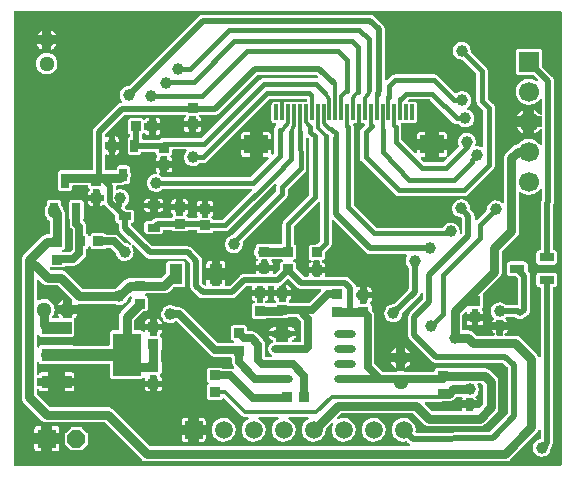
<source format=gbl>
G04 Layer: BottomLayer*
G04 Panelize: , Column: 1, Row: 1, Board Size: 1.85inch x 1.54inch, Panelized Board Size: 1.85inch x 1.54inch*
G04 EasyEDA v6.5.48, 2025-03-06 20:58:06*
G04 bc0108e7a25f4f9495a06a5a4f8deb47,84066bfdb5964fb78f634a0d0c1972bb,10*
G04 Gerber Generator version 0.2*
G04 Scale: 100 percent, Rotated: No, Reflected: No *
G04 Dimensions in inches *
G04 leading zeros omitted , absolute positions ,3 integer and 6 decimal *
%FSLAX36Y36*%
%MOIN*%

%AMMACRO1*21,1,$1,$2,0,0,$3*%
%AMMACRO2*4,1,8,-0.0291,0.012,-0.0121,0.0291,0.0121,0.0291,0.0291,0.012,0.0291,-0.012,0.0121,-0.0291,-0.0121,-0.0291,-0.0291,-0.012,-0.0291,0.012,0*%
%ADD10C,0.0140*%
%ADD11C,0.0194*%
%ADD12C,0.0300*%
%ADD13C,0.0180*%
%ADD14C,0.0118*%
%ADD15C,0.0200*%
%ADD16C,0.0250*%
%ADD17C,0.0296*%
%ADD18C,0.0315*%
%ADD19C,0.0394*%
%ADD20MACRO1,0.0118X0.0512X0.0000*%
%ADD21MACRO1,0.063X0.0787X90.0000*%
%ADD22MACRO1,0.0276X0.0492X90.0000*%
%ADD23MACRO1,0.0984X0.0433X0.0000*%
%ADD24R,0.0921X0.1417*%
%ADD25MACRO1,0.0315X0.0354X-90.0000*%
%ADD26MACRO1,0.0315X0.0354X90.0000*%
%ADD27R,0.0340X0.0318*%
%ADD28MACRO1,0.034X0.0318X0.0000*%
%ADD29MACRO1,0.034X0.0318X90.0000*%
%ADD30O,0.073425X0.024803000000000002*%
%ADD31MACRO1,0.0433X0.0669X0.0000*%
%ADD32MACRO1,0.0276X0.0492X0.0000*%
%ADD33MACRO1,0.0315X0.0354X0.0000*%
%ADD34MACRO1,0.0421X0.0236X0.0000*%
%ADD35MACRO1,0.0421X0.0236X90.0000*%
%ADD36MACRO1,0.063X0.063X0.0000*%
%ADD37MACRO2*%
%ADD38MACRO1,0.0591X0.0591X0.0000*%
%ADD39C,0.0591*%
%ADD40C,0.0512*%
%ADD41R,0.0669X0.0669*%
%ADD42C,0.0669*%
%ADD43C,0.0115*%

%LPD*%
G36*
X14200Y10200D02*
G01*
X12660Y10500D01*
X11379Y11379D01*
X10500Y12660D01*
X10200Y14200D01*
X10200Y1521220D01*
X10500Y1522760D01*
X11379Y1524060D01*
X12660Y1524920D01*
X14200Y1525220D01*
X1832260Y1525220D01*
X1833779Y1524920D01*
X1835080Y1524060D01*
X1835940Y1522760D01*
X1836260Y1521220D01*
X1836260Y14200D01*
X1835940Y12660D01*
X1835080Y11379D01*
X1833779Y10500D01*
X1832260Y10200D01*
G37*

%LPC*%
G36*
X454320Y24200D02*
G01*
X1647680Y24200D01*
X1651020Y24400D01*
X1655080Y25280D01*
X1655900Y25540D01*
X1658959Y26800D01*
X1659720Y27200D01*
X1663220Y29460D01*
X1665720Y31680D01*
X1753540Y119600D01*
X1755740Y122080D01*
X1758000Y125580D01*
X1759160Y128180D01*
X1760020Y129480D01*
X1761320Y130360D01*
X1762860Y130660D01*
X1764379Y130360D01*
X1765680Y129480D01*
X1766540Y128180D01*
X1766860Y126660D01*
X1766860Y103020D01*
X1766620Y101679D01*
X1765940Y100480D01*
X1764900Y99600D01*
X1763620Y99100D01*
X1762080Y98800D01*
X1757780Y97260D01*
X1753760Y95079D01*
X1750120Y92300D01*
X1746960Y89000D01*
X1744319Y85260D01*
X1742300Y81160D01*
X1740920Y76800D01*
X1740220Y72280D01*
X1740220Y67720D01*
X1740920Y63200D01*
X1742300Y58840D01*
X1744319Y54740D01*
X1746960Y51000D01*
X1750120Y47699D01*
X1753760Y44920D01*
X1757780Y42740D01*
X1762080Y41200D01*
X1766579Y40320D01*
X1771140Y40140D01*
X1775680Y40679D01*
X1780100Y41880D01*
X1784280Y43760D01*
X1788100Y46240D01*
X1791519Y49280D01*
X1794440Y52820D01*
X1796780Y56740D01*
X1798480Y60980D01*
X1799520Y65439D01*
X1799900Y70300D01*
X1800160Y71480D01*
X1800780Y72500D01*
X1803080Y75380D01*
X1804000Y76800D01*
X1804800Y78340D01*
X1805460Y79960D01*
X1805980Y81600D01*
X1806360Y83300D01*
X1806579Y85020D01*
X1806660Y86840D01*
X1806660Y601540D01*
X1806960Y603080D01*
X1807840Y604380D01*
X1809139Y605240D01*
X1813620Y605820D01*
X1815780Y606580D01*
X1817700Y607800D01*
X1819319Y609400D01*
X1820540Y611340D01*
X1821279Y613480D01*
X1821560Y615980D01*
X1821560Y643080D01*
X1821279Y645580D01*
X1820540Y647720D01*
X1819319Y649659D01*
X1817700Y651260D01*
X1815780Y652480D01*
X1813620Y653220D01*
X1811140Y653500D01*
X1762380Y653500D01*
X1759880Y653220D01*
X1757740Y652480D01*
X1755800Y651260D01*
X1754199Y649659D01*
X1752980Y647720D01*
X1752240Y645580D01*
X1751960Y643080D01*
X1751960Y615980D01*
X1752240Y613480D01*
X1752980Y611340D01*
X1754199Y609400D01*
X1755800Y607800D01*
X1757740Y606580D01*
X1759880Y605820D01*
X1762860Y605540D01*
X1764379Y605240D01*
X1765680Y604380D01*
X1766540Y603080D01*
X1766860Y601540D01*
X1766860Y374840D01*
X1766540Y373320D01*
X1765680Y372020D01*
X1764379Y371140D01*
X1762860Y370840D01*
X1761320Y371140D01*
X1760020Y372020D01*
X1759160Y373320D01*
X1758000Y375920D01*
X1755740Y379420D01*
X1753540Y381900D01*
X1699100Y436340D01*
X1696620Y438540D01*
X1693120Y440800D01*
X1692340Y441200D01*
X1689300Y442460D01*
X1688460Y442720D01*
X1684400Y443600D01*
X1681080Y443800D01*
X1649640Y443800D01*
X1648040Y444120D01*
X1646720Y445060D01*
X1645880Y446440D01*
X1645640Y448060D01*
X1646080Y449620D01*
X1647080Y450880D01*
X1650720Y453880D01*
X1653760Y457299D01*
X1656240Y461120D01*
X1657100Y463060D01*
X1642340Y463060D01*
X1642340Y447800D01*
X1642040Y446260D01*
X1641180Y444980D01*
X1639880Y444099D01*
X1638340Y443800D01*
X1621660Y443800D01*
X1620120Y444099D01*
X1618820Y444980D01*
X1617960Y446260D01*
X1617660Y447800D01*
X1617660Y463060D01*
X1602900Y463060D01*
X1603760Y461120D01*
X1606240Y457299D01*
X1609280Y453880D01*
X1612920Y450880D01*
X1613920Y449620D01*
X1614360Y448060D01*
X1614120Y446440D01*
X1613280Y445060D01*
X1611960Y444120D01*
X1610360Y443800D01*
X1554240Y443800D01*
X1552720Y444099D01*
X1551420Y444960D01*
X1542160Y454180D01*
X1539720Y456340D01*
X1536220Y458600D01*
X1535380Y459040D01*
X1532400Y460260D01*
X1531500Y460540D01*
X1528380Y461260D01*
X1527420Y461400D01*
X1524180Y461599D01*
X1509100Y461599D01*
X1507560Y461900D01*
X1506279Y462780D01*
X1505400Y464060D01*
X1505100Y465600D01*
X1505100Y512100D01*
X1505400Y513620D01*
X1506279Y514920D01*
X1513360Y522000D01*
X1514660Y522879D01*
X1516180Y523180D01*
X1517720Y522879D01*
X1519019Y522000D01*
X1519880Y520720D01*
X1520180Y519180D01*
X1520180Y514460D01*
X1536740Y514460D01*
X1536740Y529260D01*
X1537040Y530780D01*
X1537920Y532080D01*
X1539220Y532940D01*
X1540740Y533260D01*
X1555460Y533260D01*
X1557000Y532940D01*
X1558280Y532080D01*
X1559160Y530780D01*
X1559460Y529260D01*
X1559460Y514460D01*
X1576020Y514460D01*
X1576020Y519600D01*
X1575740Y522100D01*
X1574980Y524240D01*
X1573779Y526180D01*
X1572160Y527780D01*
X1571420Y528260D01*
X1570260Y529360D01*
X1569620Y530840D01*
X1569620Y532440D01*
X1570260Y533920D01*
X1571420Y535020D01*
X1572160Y535500D01*
X1573779Y537100D01*
X1574980Y539040D01*
X1575740Y541180D01*
X1576020Y543680D01*
X1576020Y574720D01*
X1575740Y577220D01*
X1574460Y581020D01*
X1574680Y582740D01*
X1575620Y584220D01*
X1629620Y638180D01*
X1631840Y640680D01*
X1632360Y641380D01*
X1634500Y644940D01*
X1635760Y648000D01*
X1636020Y648820D01*
X1636900Y652900D01*
X1637100Y656220D01*
X1637100Y722500D01*
X1637400Y724040D01*
X1638280Y725340D01*
X1686740Y773800D01*
X1688940Y776280D01*
X1691200Y779780D01*
X1691600Y780560D01*
X1692860Y783600D01*
X1693120Y784440D01*
X1694000Y788500D01*
X1694199Y791820D01*
X1694199Y918720D01*
X1694480Y920200D01*
X1695300Y921460D01*
X1696519Y922340D01*
X1697980Y922720D01*
X1699480Y922500D01*
X1700820Y921740D01*
X1705500Y918700D01*
X1710540Y916260D01*
X1715860Y914500D01*
X1721339Y913439D01*
X1726920Y913080D01*
X1732500Y913439D01*
X1738000Y914500D01*
X1743300Y916260D01*
X1748340Y918700D01*
X1753040Y921740D01*
X1757300Y925360D01*
X1761060Y929520D01*
X1763440Y932920D01*
X1764660Y934060D01*
X1766260Y934599D01*
X1767920Y934460D01*
X1769379Y933620D01*
X1770360Y932280D01*
X1770720Y930639D01*
X1770720Y897000D01*
X1770540Y895819D01*
X1768720Y892500D01*
X1768060Y890900D01*
X1767540Y889240D01*
X1767160Y887540D01*
X1766940Y885819D01*
X1766860Y884000D01*
X1766860Y732300D01*
X1766540Y730780D01*
X1765680Y729479D01*
X1764379Y728620D01*
X1759880Y728020D01*
X1757740Y727280D01*
X1755800Y726060D01*
X1754199Y724460D01*
X1752980Y722520D01*
X1752240Y720380D01*
X1751960Y717880D01*
X1751960Y690780D01*
X1752240Y688280D01*
X1752980Y686140D01*
X1754199Y684200D01*
X1755800Y682600D01*
X1757740Y681380D01*
X1759880Y680620D01*
X1762380Y680340D01*
X1811140Y680340D01*
X1813620Y680620D01*
X1815780Y681380D01*
X1817700Y682600D01*
X1819319Y684200D01*
X1820540Y686140D01*
X1821279Y688280D01*
X1821560Y690780D01*
X1821560Y717880D01*
X1821279Y720380D01*
X1820540Y722520D01*
X1819319Y724460D01*
X1817700Y726060D01*
X1815780Y727280D01*
X1813620Y728020D01*
X1810660Y728300D01*
X1809139Y728620D01*
X1807840Y729479D01*
X1806960Y730780D01*
X1806660Y732300D01*
X1806660Y875040D01*
X1806840Y876220D01*
X1808660Y879539D01*
X1809319Y881140D01*
X1809840Y882800D01*
X1810220Y884500D01*
X1810440Y886220D01*
X1810520Y888040D01*
X1810520Y1292940D01*
X1810460Y1294760D01*
X1810220Y1296500D01*
X1809840Y1298180D01*
X1809319Y1299840D01*
X1808660Y1301440D01*
X1807860Y1302980D01*
X1806920Y1304440D01*
X1805860Y1305820D01*
X1804640Y1307180D01*
X1771759Y1340040D01*
X1770900Y1341339D01*
X1770600Y1342880D01*
X1770600Y1389960D01*
X1770320Y1392460D01*
X1769560Y1394600D01*
X1768340Y1396540D01*
X1766740Y1398140D01*
X1764800Y1399360D01*
X1762660Y1400120D01*
X1760160Y1400400D01*
X1693680Y1400400D01*
X1691200Y1400120D01*
X1689040Y1399360D01*
X1687120Y1398140D01*
X1685500Y1396540D01*
X1684300Y1394600D01*
X1683540Y1392460D01*
X1683260Y1389960D01*
X1683260Y1323500D01*
X1683540Y1321000D01*
X1684300Y1318860D01*
X1685500Y1316920D01*
X1687120Y1315320D01*
X1689040Y1314100D01*
X1691200Y1313340D01*
X1693680Y1313060D01*
X1740780Y1313060D01*
X1742320Y1312760D01*
X1743620Y1311900D01*
X1756740Y1298779D01*
X1757660Y1297340D01*
X1757900Y1295660D01*
X1757420Y1294040D01*
X1756300Y1292740D01*
X1754760Y1292040D01*
X1753060Y1292040D01*
X1751519Y1292740D01*
X1750740Y1293320D01*
X1745860Y1296060D01*
X1740680Y1298160D01*
X1735280Y1299580D01*
X1729720Y1300300D01*
X1724120Y1300300D01*
X1718580Y1299580D01*
X1713180Y1298160D01*
X1707980Y1296060D01*
X1703120Y1293320D01*
X1698620Y1289980D01*
X1694600Y1286080D01*
X1691120Y1281699D01*
X1688220Y1276920D01*
X1685960Y1271800D01*
X1684360Y1266440D01*
X1683480Y1260920D01*
X1683300Y1255340D01*
X1683839Y1249760D01*
X1685080Y1244300D01*
X1687000Y1239060D01*
X1689600Y1234100D01*
X1692800Y1229520D01*
X1696560Y1225360D01*
X1700820Y1221740D01*
X1705500Y1218700D01*
X1710540Y1216260D01*
X1715860Y1214500D01*
X1721339Y1213440D01*
X1726920Y1213080D01*
X1732500Y1213440D01*
X1738000Y1214500D01*
X1743300Y1216260D01*
X1748340Y1218700D01*
X1753040Y1221740D01*
X1757300Y1225360D01*
X1761060Y1229520D01*
X1763440Y1232920D01*
X1764660Y1234060D01*
X1766260Y1234600D01*
X1767920Y1234460D01*
X1769379Y1233620D01*
X1770360Y1232280D01*
X1770720Y1230640D01*
X1770720Y1182840D01*
X1770360Y1181160D01*
X1769319Y1179800D01*
X1767800Y1179000D01*
X1766080Y1178900D01*
X1764480Y1179520D01*
X1763300Y1180780D01*
X1762740Y1181700D01*
X1759240Y1186080D01*
X1755220Y1189980D01*
X1750740Y1193320D01*
X1746160Y1195900D01*
X1746160Y1175960D01*
X1766720Y1175960D01*
X1768260Y1175660D01*
X1769540Y1174800D01*
X1770420Y1173500D01*
X1770720Y1171960D01*
X1770720Y1141500D01*
X1770420Y1139960D01*
X1769540Y1138660D01*
X1768260Y1137800D01*
X1766720Y1137500D01*
X1746160Y1137500D01*
X1746160Y1117640D01*
X1748340Y1118700D01*
X1753040Y1121740D01*
X1757300Y1125360D01*
X1761060Y1129520D01*
X1763440Y1132920D01*
X1764660Y1134060D01*
X1766260Y1134600D01*
X1767920Y1134460D01*
X1769379Y1133620D01*
X1770360Y1132280D01*
X1770720Y1130640D01*
X1770720Y1082840D01*
X1770360Y1081160D01*
X1769319Y1079800D01*
X1767800Y1079000D01*
X1766080Y1078900D01*
X1764480Y1079520D01*
X1763300Y1080780D01*
X1762740Y1081700D01*
X1759240Y1086080D01*
X1755220Y1089980D01*
X1750740Y1093320D01*
X1745860Y1096060D01*
X1740680Y1098160D01*
X1735280Y1099580D01*
X1729720Y1100300D01*
X1724120Y1100300D01*
X1718580Y1099580D01*
X1713180Y1098160D01*
X1707980Y1096060D01*
X1703120Y1093320D01*
X1698620Y1089980D01*
X1694600Y1086080D01*
X1692340Y1083240D01*
X1691120Y1082200D01*
X1689580Y1081740D01*
X1687320Y1081540D01*
X1683400Y1080560D01*
X1680360Y1079300D01*
X1679580Y1078900D01*
X1676080Y1076640D01*
X1673600Y1074440D01*
X1651260Y1052100D01*
X1649060Y1049620D01*
X1646800Y1046120D01*
X1646399Y1045340D01*
X1645140Y1042300D01*
X1644880Y1041460D01*
X1644000Y1037400D01*
X1643800Y1034080D01*
X1643800Y888780D01*
X1643500Y887280D01*
X1642680Y886000D01*
X1641440Y885140D01*
X1639960Y884780D01*
X1638440Y885020D01*
X1637140Y885800D01*
X1634319Y888300D01*
X1630480Y890800D01*
X1626300Y892660D01*
X1621900Y893880D01*
X1617360Y894400D01*
X1612780Y894220D01*
X1608300Y893360D01*
X1603980Y891800D01*
X1599980Y889620D01*
X1596339Y886860D01*
X1593160Y883560D01*
X1590540Y879820D01*
X1588500Y875720D01*
X1587120Y871360D01*
X1586420Y866840D01*
X1586420Y863240D01*
X1586120Y861700D01*
X1585260Y860400D01*
X1553020Y828180D01*
X1551740Y827320D01*
X1550200Y827020D01*
X1548680Y827320D01*
X1547380Y828180D01*
X1546500Y829479D01*
X1546200Y831020D01*
X1546200Y842920D01*
X1546140Y844580D01*
X1545880Y846520D01*
X1545560Y848060D01*
X1544980Y849920D01*
X1544379Y851380D01*
X1543480Y853120D01*
X1542640Y854440D01*
X1541459Y856000D01*
X1532440Y865260D01*
X1531660Y866400D01*
X1531300Y867760D01*
X1530940Y872600D01*
X1529900Y877060D01*
X1528180Y881300D01*
X1525840Y885220D01*
X1522940Y888760D01*
X1519520Y891800D01*
X1515680Y894280D01*
X1511500Y896160D01*
X1507100Y897360D01*
X1502560Y897900D01*
X1497980Y897720D01*
X1493500Y896840D01*
X1489180Y895300D01*
X1485180Y893120D01*
X1481540Y890340D01*
X1478360Y887039D01*
X1475740Y883300D01*
X1473700Y879200D01*
X1472320Y874840D01*
X1471620Y870320D01*
X1471620Y865759D01*
X1472320Y861240D01*
X1473700Y856880D01*
X1475740Y852780D01*
X1478360Y849040D01*
X1481540Y845740D01*
X1485180Y842960D01*
X1489180Y840780D01*
X1493500Y839240D01*
X1497980Y838360D01*
X1500800Y838259D01*
X1502260Y837920D01*
X1503500Y837060D01*
X1504660Y835900D01*
X1505500Y834599D01*
X1505800Y833100D01*
X1505800Y787020D01*
X1505500Y785500D01*
X1504620Y784200D01*
X1503340Y782920D01*
X1502000Y782020D01*
X1500400Y781740D01*
X1498839Y782099D01*
X1497540Y783060D01*
X1496720Y784440D01*
X1496519Y786040D01*
X1496879Y790740D01*
X1496540Y795300D01*
X1495500Y799760D01*
X1493779Y804000D01*
X1491440Y807920D01*
X1488540Y811460D01*
X1485120Y814500D01*
X1481279Y816979D01*
X1477100Y818860D01*
X1472700Y820060D01*
X1468160Y820600D01*
X1463580Y820420D01*
X1459100Y819539D01*
X1454780Y818000D01*
X1450780Y815819D01*
X1447140Y813040D01*
X1443959Y809740D01*
X1440180Y804280D01*
X1438920Y803520D01*
X1437480Y803240D01*
X1221420Y803240D01*
X1219880Y803540D01*
X1218600Y804419D01*
X1144580Y878420D01*
X1143720Y879720D01*
X1143400Y881240D01*
X1143420Y1137560D01*
X1143060Y1141280D01*
X1142100Y1144680D01*
X1141560Y1145740D01*
X1141160Y1147300D01*
X1141400Y1148900D01*
X1142240Y1150280D01*
X1143560Y1151200D01*
X1145140Y1151520D01*
X1147000Y1151520D01*
X1149480Y1151800D01*
X1151160Y1152160D01*
X1152840Y1151800D01*
X1155540Y1151520D01*
X1155540Y1154820D01*
X1155700Y1155920D01*
X1156400Y1157320D01*
X1157220Y1159700D01*
X1158080Y1161100D01*
X1159400Y1162060D01*
X1161000Y1162380D01*
X1162600Y1162060D01*
X1163940Y1161100D01*
X1164780Y1159700D01*
X1165620Y1157320D01*
X1166300Y1155940D01*
X1166460Y1154840D01*
X1166460Y1151520D01*
X1169160Y1151800D01*
X1170840Y1152160D01*
X1172520Y1151800D01*
X1175000Y1151520D01*
X1176780Y1151520D01*
X1178320Y1151220D01*
X1179600Y1150360D01*
X1180480Y1149060D01*
X1180780Y1147520D01*
X1180480Y1146000D01*
X1179600Y1144700D01*
X1170060Y1135160D01*
X1167620Y1132220D01*
X1165920Y1129120D01*
X1164800Y1125760D01*
X1164660Y1125060D01*
X1164300Y1121220D01*
X1164320Y1037260D01*
X1164820Y1033600D01*
X1165960Y1030260D01*
X1167680Y1027159D01*
X1170060Y1024300D01*
X1280460Y913900D01*
X1283400Y911700D01*
X1286579Y910120D01*
X1289980Y909140D01*
X1293680Y908800D01*
X1512240Y908820D01*
X1515900Y909320D01*
X1519240Y910460D01*
X1522340Y912180D01*
X1525200Y914560D01*
X1608500Y997860D01*
X1610700Y1000800D01*
X1612280Y1003980D01*
X1613260Y1007380D01*
X1613600Y1011080D01*
X1613580Y1204140D01*
X1613100Y1207660D01*
X1611980Y1211020D01*
X1610260Y1214120D01*
X1608520Y1216300D01*
X1591980Y1232800D01*
X1591100Y1234100D01*
X1590800Y1235640D01*
X1590780Y1325840D01*
X1590280Y1329500D01*
X1589139Y1332840D01*
X1587420Y1335940D01*
X1585040Y1338800D01*
X1533980Y1389860D01*
X1533060Y1391300D01*
X1532820Y1393000D01*
X1532880Y1393740D01*
X1532540Y1398300D01*
X1531500Y1402760D01*
X1529780Y1407000D01*
X1527440Y1410920D01*
X1524540Y1414460D01*
X1521120Y1417500D01*
X1517280Y1419980D01*
X1513100Y1421860D01*
X1508700Y1423060D01*
X1504160Y1423600D01*
X1499580Y1423420D01*
X1495100Y1422540D01*
X1490780Y1421000D01*
X1486780Y1418820D01*
X1483140Y1416040D01*
X1479960Y1412740D01*
X1477340Y1409000D01*
X1475300Y1404900D01*
X1473920Y1400540D01*
X1473220Y1396020D01*
X1473220Y1391459D01*
X1473920Y1386940D01*
X1475300Y1382580D01*
X1477340Y1378480D01*
X1479960Y1374740D01*
X1483140Y1371440D01*
X1486780Y1368660D01*
X1490780Y1366480D01*
X1495100Y1364940D01*
X1499580Y1364060D01*
X1504160Y1363880D01*
X1505600Y1363560D01*
X1506819Y1362720D01*
X1551220Y1318320D01*
X1552100Y1317020D01*
X1552400Y1315500D01*
X1552420Y1225160D01*
X1552900Y1221640D01*
X1554019Y1218280D01*
X1555740Y1215180D01*
X1557480Y1213000D01*
X1574019Y1196500D01*
X1574900Y1195200D01*
X1575200Y1193660D01*
X1575200Y1075460D01*
X1574880Y1073900D01*
X1574000Y1072600D01*
X1572660Y1071740D01*
X1571100Y1071460D01*
X1569560Y1071800D01*
X1566100Y1073360D01*
X1561699Y1074560D01*
X1557160Y1075100D01*
X1552760Y1074920D01*
X1551180Y1075180D01*
X1549840Y1076020D01*
X1548940Y1077320D01*
X1548600Y1078860D01*
X1548880Y1080420D01*
X1549280Y1081360D01*
X1550320Y1085820D01*
X1550660Y1090380D01*
X1550320Y1094940D01*
X1549280Y1099400D01*
X1547560Y1103640D01*
X1545220Y1107560D01*
X1542320Y1111100D01*
X1538899Y1114140D01*
X1535060Y1116620D01*
X1530880Y1118500D01*
X1526480Y1119700D01*
X1521940Y1120240D01*
X1517360Y1120060D01*
X1512880Y1119180D01*
X1508560Y1117640D01*
X1504560Y1115460D01*
X1500920Y1112680D01*
X1497740Y1109380D01*
X1495120Y1105640D01*
X1493080Y1101540D01*
X1491699Y1097180D01*
X1491000Y1092660D01*
X1491000Y1088100D01*
X1491699Y1083580D01*
X1493080Y1079220D01*
X1493839Y1077680D01*
X1494259Y1076080D01*
X1493980Y1074460D01*
X1493080Y1073080D01*
X1459220Y1039220D01*
X1457840Y1038300D01*
X1456200Y1038040D01*
X1455680Y1038180D01*
X1455800Y1037660D01*
X1455540Y1036020D01*
X1454640Y1034640D01*
X1443140Y1023120D01*
X1441840Y1022260D01*
X1440300Y1021960D01*
X1379920Y1021960D01*
X1378400Y1022260D01*
X1377100Y1023120D01*
X1367780Y1032440D01*
X1366920Y1033740D01*
X1366600Y1035260D01*
X1366920Y1036800D01*
X1367780Y1038100D01*
X1369079Y1038960D01*
X1370600Y1039260D01*
X1382840Y1039260D01*
X1382840Y1062720D01*
X1355460Y1062720D01*
X1355460Y1054420D01*
X1355140Y1052900D01*
X1354280Y1051600D01*
X1352980Y1050720D01*
X1351459Y1050420D01*
X1349920Y1050720D01*
X1348620Y1051600D01*
X1303680Y1096540D01*
X1302820Y1097840D01*
X1302520Y1099360D01*
X1302520Y1138160D01*
X1302160Y1141880D01*
X1300880Y1146380D01*
X1300740Y1148120D01*
X1301360Y1149740D01*
X1302620Y1150940D01*
X1304259Y1151500D01*
X1306960Y1151800D01*
X1308640Y1152160D01*
X1310320Y1151800D01*
X1312800Y1151520D01*
X1324160Y1151520D01*
X1326639Y1151800D01*
X1328320Y1152160D01*
X1330000Y1151800D01*
X1332480Y1151520D01*
X1343860Y1151520D01*
X1346339Y1151800D01*
X1348500Y1152560D01*
X1350420Y1153780D01*
X1352040Y1155380D01*
X1353240Y1157320D01*
X1354000Y1159460D01*
X1354280Y1161960D01*
X1354280Y1212680D01*
X1354000Y1215180D01*
X1353240Y1217320D01*
X1352040Y1219260D01*
X1350420Y1220860D01*
X1348500Y1222080D01*
X1346339Y1222840D01*
X1343860Y1223120D01*
X1332480Y1223120D01*
X1330000Y1222840D01*
X1328320Y1222480D01*
X1326240Y1222980D01*
X1324860Y1223800D01*
X1323920Y1225100D01*
X1323560Y1226660D01*
X1323860Y1228240D01*
X1324740Y1229580D01*
X1325240Y1230080D01*
X1326540Y1230940D01*
X1328060Y1231260D01*
X1395680Y1231260D01*
X1397220Y1230940D01*
X1398520Y1230080D01*
X1474940Y1153680D01*
X1477880Y1151480D01*
X1481040Y1149900D01*
X1484480Y1148920D01*
X1487140Y1148600D01*
X1491399Y1148580D01*
X1492960Y1148260D01*
X1494259Y1147360D01*
X1496060Y1145480D01*
X1499700Y1142700D01*
X1503720Y1140520D01*
X1508020Y1138980D01*
X1512520Y1138100D01*
X1517080Y1137920D01*
X1521620Y1138460D01*
X1526040Y1139660D01*
X1530220Y1141540D01*
X1534040Y1144020D01*
X1537460Y1147060D01*
X1540380Y1150600D01*
X1542720Y1154520D01*
X1544420Y1158760D01*
X1545460Y1163220D01*
X1545820Y1167780D01*
X1545460Y1172340D01*
X1544420Y1176800D01*
X1542720Y1181040D01*
X1540380Y1184960D01*
X1537460Y1188500D01*
X1534040Y1191540D01*
X1530220Y1194020D01*
X1526040Y1195900D01*
X1523120Y1196700D01*
X1521759Y1197380D01*
X1520740Y1198500D01*
X1520240Y1199940D01*
X1520280Y1201460D01*
X1520920Y1202860D01*
X1522020Y1203900D01*
X1523820Y1205080D01*
X1527240Y1208120D01*
X1530140Y1211660D01*
X1532480Y1215580D01*
X1534199Y1219820D01*
X1535240Y1224280D01*
X1535580Y1228840D01*
X1535240Y1233400D01*
X1534199Y1237860D01*
X1532480Y1242100D01*
X1530140Y1246020D01*
X1527240Y1249560D01*
X1523820Y1252600D01*
X1519980Y1255080D01*
X1515800Y1256960D01*
X1511399Y1258160D01*
X1506860Y1258700D01*
X1502280Y1258520D01*
X1497800Y1257640D01*
X1493480Y1256100D01*
X1489480Y1253920D01*
X1487260Y1252240D01*
X1486000Y1251580D01*
X1484580Y1251420D01*
X1483180Y1251780D01*
X1482020Y1252580D01*
X1425340Y1309220D01*
X1422400Y1311440D01*
X1419240Y1313020D01*
X1415840Y1314000D01*
X1412120Y1314340D01*
X1279960Y1314319D01*
X1276320Y1313800D01*
X1272960Y1312680D01*
X1269880Y1310960D01*
X1267000Y1308580D01*
X1255220Y1296800D01*
X1253920Y1295920D01*
X1252400Y1295620D01*
X1250880Y1295920D01*
X1249580Y1296780D01*
X1248700Y1298060D01*
X1248380Y1299580D01*
X1246820Y1464160D01*
X1246740Y1465780D01*
X1246460Y1467760D01*
X1246120Y1469240D01*
X1245520Y1471140D01*
X1244920Y1472560D01*
X1244000Y1474319D01*
X1243160Y1475600D01*
X1241940Y1477180D01*
X1240840Y1478380D01*
X1212160Y1507060D01*
X1210780Y1508320D01*
X1209400Y1509379D01*
X1207900Y1510340D01*
X1206340Y1511140D01*
X1204720Y1511819D01*
X1203040Y1512340D01*
X1201320Y1512720D01*
X1199560Y1512960D01*
X1197720Y1513040D01*
X640180Y1513040D01*
X638320Y1512960D01*
X636580Y1512720D01*
X634860Y1512340D01*
X633180Y1511819D01*
X631560Y1511140D01*
X630000Y1510340D01*
X628500Y1509379D01*
X627100Y1508320D01*
X625740Y1507060D01*
X395300Y1276620D01*
X394080Y1275780D01*
X392640Y1275460D01*
X389480Y1275340D01*
X385000Y1274460D01*
X380680Y1272920D01*
X376680Y1270740D01*
X373040Y1267960D01*
X369860Y1264660D01*
X367239Y1260920D01*
X365200Y1256820D01*
X363820Y1252460D01*
X363120Y1247940D01*
X363120Y1243380D01*
X363820Y1238860D01*
X365200Y1234500D01*
X367239Y1230400D01*
X370040Y1226460D01*
X370940Y1225000D01*
X371160Y1223320D01*
X370640Y1221700D01*
X369500Y1220440D01*
X367939Y1219760D01*
X365240Y1219240D01*
X363600Y1218720D01*
X361980Y1218040D01*
X360420Y1217240D01*
X358920Y1216280D01*
X357520Y1215220D01*
X356160Y1213960D01*
X280180Y1137980D01*
X278940Y1136620D01*
X277860Y1135220D01*
X276920Y1133740D01*
X276100Y1132180D01*
X275440Y1130540D01*
X274900Y1128860D01*
X274520Y1127140D01*
X274280Y1125400D01*
X274200Y1123560D01*
X274200Y999680D01*
X273900Y998160D01*
X273040Y996860D01*
X271740Y996000D01*
X270200Y995680D01*
X185219Y995680D01*
X180859Y995340D01*
X168260Y995340D01*
X165760Y995060D01*
X163619Y994300D01*
X161680Y993100D01*
X160080Y991480D01*
X158860Y989560D01*
X158120Y987400D01*
X157840Y984920D01*
X157840Y967720D01*
X157720Y966800D01*
X157140Y964360D01*
X156840Y960240D01*
X157240Y956140D01*
X157700Y954380D01*
X157840Y953360D01*
X157840Y936160D01*
X158120Y933660D01*
X158860Y931520D01*
X160080Y929580D01*
X161680Y927980D01*
X163619Y926760D01*
X165760Y926000D01*
X168260Y925720D01*
X195360Y925720D01*
X197860Y926000D01*
X200000Y926760D01*
X201940Y927980D01*
X203540Y929580D01*
X204760Y931520D01*
X205520Y933660D01*
X205799Y936160D01*
X205799Y941280D01*
X206100Y942820D01*
X206960Y944120D01*
X208260Y944980D01*
X209800Y945280D01*
X253619Y945280D01*
X255040Y945020D01*
X256280Y944280D01*
X257180Y943120D01*
X257600Y941740D01*
X257780Y940180D01*
X258520Y938040D01*
X259740Y936100D01*
X261340Y934500D01*
X262100Y934020D01*
X263260Y932920D01*
X263880Y931440D01*
X263880Y929840D01*
X263260Y928360D01*
X262100Y927260D01*
X261340Y926780D01*
X259740Y925180D01*
X258520Y923240D01*
X257780Y921100D01*
X257500Y918600D01*
X257500Y913460D01*
X274060Y913460D01*
X274060Y928259D01*
X274360Y929780D01*
X275220Y931080D01*
X276520Y931940D01*
X278060Y932260D01*
X292760Y932260D01*
X294300Y931940D01*
X295600Y931080D01*
X296460Y929780D01*
X296760Y928259D01*
X296760Y913460D01*
X307320Y913460D01*
X308840Y913160D01*
X310140Y912280D01*
X311000Y910980D01*
X311320Y909460D01*
X311320Y896720D01*
X311000Y895180D01*
X310140Y893880D01*
X308840Y893020D01*
X307320Y892720D01*
X296760Y892720D01*
X296760Y877140D01*
X302900Y877140D01*
X305380Y877420D01*
X307540Y878160D01*
X309320Y879300D01*
X310700Y879840D01*
X312180Y879840D01*
X313580Y879300D01*
X314660Y878300D01*
X316060Y876420D01*
X317280Y875080D01*
X339820Y852540D01*
X341560Y850060D01*
X343960Y847480D01*
X346920Y845280D01*
X347780Y844400D01*
X348320Y843300D01*
X348519Y842080D01*
X348519Y829560D01*
X348800Y827080D01*
X349540Y824920D01*
X350760Y823000D01*
X352380Y821380D01*
X354300Y820180D01*
X356920Y819260D01*
X358320Y818420D01*
X359280Y817099D01*
X359600Y815480D01*
X359600Y803920D01*
X359680Y802080D01*
X359920Y800340D01*
X360300Y798620D01*
X360840Y796940D01*
X361500Y795300D01*
X362320Y793740D01*
X363260Y792260D01*
X364340Y790860D01*
X365580Y789500D01*
X401820Y753259D01*
X402740Y751860D01*
X403000Y750220D01*
X402560Y748620D01*
X401520Y747320D01*
X400040Y746560D01*
X398380Y746480D01*
X396820Y747060D01*
X394000Y748900D01*
X389820Y750780D01*
X385400Y751979D01*
X383500Y752200D01*
X382220Y752580D01*
X381120Y753360D01*
X360720Y773760D01*
X357720Y776300D01*
X354500Y778220D01*
X351019Y779580D01*
X347299Y780360D01*
X344420Y780540D01*
X318320Y780540D01*
X316780Y780840D01*
X315480Y781700D01*
X314380Y782800D01*
X312460Y784020D01*
X310300Y784780D01*
X307820Y785060D01*
X276520Y785060D01*
X274020Y784780D01*
X271880Y784020D01*
X269940Y782800D01*
X268340Y781200D01*
X267120Y779260D01*
X266280Y776880D01*
X265440Y775480D01*
X264100Y774520D01*
X262500Y774200D01*
X260900Y774520D01*
X259579Y775480D01*
X258740Y776880D01*
X257900Y779260D01*
X256680Y781200D01*
X255080Y782800D01*
X253780Y783620D01*
X252780Y784500D01*
X252140Y785680D01*
X251920Y787000D01*
X251920Y806660D01*
X251580Y810560D01*
X250660Y814200D01*
X249160Y817640D01*
X247100Y820800D01*
X245180Y822980D01*
X243080Y825060D01*
X242220Y826360D01*
X241920Y827900D01*
X241920Y831720D01*
X242140Y833040D01*
X242920Y835260D01*
X243200Y837760D01*
X243200Y886520D01*
X242920Y889000D01*
X242160Y891160D01*
X240940Y893080D01*
X239340Y894700D01*
X237399Y895900D01*
X235260Y896660D01*
X232760Y896940D01*
X205660Y896940D01*
X203160Y896660D01*
X201020Y895900D01*
X199080Y894700D01*
X197480Y893080D01*
X196260Y891160D01*
X195520Y889000D01*
X195240Y886520D01*
X195240Y837760D01*
X195520Y835260D01*
X196280Y833060D01*
X196520Y831740D01*
X196520Y817000D01*
X196840Y813100D01*
X197760Y809460D01*
X199259Y806040D01*
X201340Y802860D01*
X203240Y800699D01*
X205340Y798600D01*
X206200Y797300D01*
X206520Y795780D01*
X206520Y730400D01*
X206200Y728860D01*
X205340Y727560D01*
X200479Y722700D01*
X199180Y721840D01*
X197659Y721540D01*
X178340Y721540D01*
X177240Y721680D01*
X176240Y722120D01*
X173860Y722960D01*
X172460Y723800D01*
X171500Y725140D01*
X171180Y726740D01*
X171500Y728340D01*
X172460Y729680D01*
X173860Y730520D01*
X176240Y731360D01*
X178180Y732560D01*
X179780Y734180D01*
X181000Y736100D01*
X181740Y738259D01*
X182020Y740740D01*
X182020Y772039D01*
X181740Y774539D01*
X181000Y776680D01*
X180159Y778300D01*
X180000Y779400D01*
X180000Y851600D01*
X179800Y854920D01*
X179680Y855800D01*
X178939Y859000D01*
X177399Y862880D01*
X175320Y866360D01*
X174100Y867840D01*
X173280Y869500D01*
X172960Y870939D01*
X171320Y875100D01*
X168939Y879220D01*
X168540Y880180D01*
X168400Y881220D01*
X168400Y886520D01*
X168120Y889000D01*
X167360Y891160D01*
X166140Y893080D01*
X164540Y894700D01*
X162600Y895900D01*
X160460Y896660D01*
X157960Y896940D01*
X130860Y896940D01*
X128360Y896660D01*
X126220Y895900D01*
X124280Y894700D01*
X122680Y893080D01*
X121460Y891160D01*
X120719Y889000D01*
X120440Y886520D01*
X120440Y881240D01*
X120300Y880200D01*
X119900Y879240D01*
X117500Y875100D01*
X115860Y870939D01*
X114880Y866580D01*
X114520Y861979D01*
X114520Y855300D01*
X114880Y850699D01*
X115860Y846360D01*
X117480Y842220D01*
X120079Y837840D01*
X120600Y836260D01*
X120719Y835260D01*
X121460Y833120D01*
X122680Y831180D01*
X124280Y829580D01*
X126220Y828360D01*
X126940Y828120D01*
X128320Y827260D01*
X129280Y825939D01*
X129600Y824340D01*
X129600Y785500D01*
X129300Y783960D01*
X128440Y782680D01*
X127140Y781800D01*
X125600Y781500D01*
X122720Y781500D01*
X119400Y781300D01*
X115340Y780420D01*
X114500Y780160D01*
X111460Y778900D01*
X110680Y778500D01*
X107180Y776240D01*
X104700Y774040D01*
X44160Y713500D01*
X41960Y711020D01*
X39700Y707520D01*
X39300Y706740D01*
X38040Y703700D01*
X37780Y702860D01*
X36900Y698800D01*
X36700Y695480D01*
X36700Y238220D01*
X36900Y234899D01*
X37780Y230840D01*
X38040Y230000D01*
X39300Y226960D01*
X39700Y226180D01*
X41960Y222680D01*
X44160Y220200D01*
X102100Y162260D01*
X104580Y160060D01*
X108080Y157800D01*
X108859Y157400D01*
X111900Y156140D01*
X112739Y155880D01*
X116800Y155000D01*
X120120Y154800D01*
X311500Y154800D01*
X313040Y154500D01*
X314340Y153620D01*
X436300Y31660D01*
X438780Y29460D01*
X442280Y27200D01*
X443060Y26800D01*
X446100Y25540D01*
X446940Y25280D01*
X451000Y24400D01*
G37*
G36*
X89520Y58300D02*
G01*
X102540Y58300D01*
X102540Y81760D01*
X79100Y81760D01*
X79100Y68720D01*
X79380Y66240D01*
X80120Y64100D01*
X81340Y62160D01*
X82960Y60560D01*
X84880Y59340D01*
X87040Y58580D01*
G37*
G36*
X139040Y58300D02*
G01*
X152060Y58300D01*
X154540Y58580D01*
X156700Y59340D01*
X158620Y60560D01*
X160240Y62160D01*
X161460Y64100D01*
X162200Y66240D01*
X162480Y68720D01*
X162480Y81760D01*
X139040Y81760D01*
G37*
G36*
X207360Y60700D02*
G01*
X231080Y60700D01*
X233260Y60920D01*
X235159Y61500D01*
X236920Y62440D01*
X238619Y63820D01*
X255380Y80600D01*
X256780Y82300D01*
X257719Y84060D01*
X258299Y85960D01*
X258520Y88140D01*
X258520Y111860D01*
X258299Y114040D01*
X257719Y115940D01*
X256780Y117700D01*
X255380Y119400D01*
X238619Y136180D01*
X236920Y137560D01*
X235159Y138500D01*
X233260Y139080D01*
X231080Y139300D01*
X207360Y139300D01*
X205180Y139080D01*
X203260Y138500D01*
X201500Y137560D01*
X199800Y136180D01*
X183039Y119400D01*
X181640Y117700D01*
X180700Y115940D01*
X180120Y114040D01*
X179920Y111860D01*
X179920Y88140D01*
X180120Y85960D01*
X180700Y84060D01*
X181640Y82300D01*
X183039Y80600D01*
X199800Y63820D01*
X201500Y62440D01*
X203260Y61500D01*
X205180Y60920D01*
G37*
G36*
X139040Y118240D02*
G01*
X162480Y118240D01*
X162480Y131280D01*
X162200Y133760D01*
X161460Y135900D01*
X160240Y137840D01*
X158620Y139440D01*
X156700Y140660D01*
X154540Y141420D01*
X152060Y141700D01*
X139040Y141700D01*
G37*
G36*
X79100Y118240D02*
G01*
X102540Y118240D01*
X102540Y141700D01*
X89520Y141700D01*
X87040Y141420D01*
X84880Y140660D01*
X82960Y139440D01*
X81340Y137840D01*
X80120Y135900D01*
X79380Y133760D01*
X79100Y131280D01*
G37*
G36*
X1559460Y478140D02*
G01*
X1565600Y478140D01*
X1568080Y478420D01*
X1570240Y479180D01*
X1572160Y480379D01*
X1573779Y482000D01*
X1574980Y483920D01*
X1575740Y486079D01*
X1576020Y488560D01*
X1576020Y493720D01*
X1559460Y493720D01*
G37*
G36*
X1530620Y478140D02*
G01*
X1536740Y478140D01*
X1536740Y493720D01*
X1520180Y493720D01*
X1520180Y488560D01*
X1520460Y486079D01*
X1521220Y483920D01*
X1522440Y482000D01*
X1524040Y480379D01*
X1525980Y479180D01*
X1528120Y478420D01*
G37*
G36*
X1602800Y487740D02*
G01*
X1617660Y487740D01*
X1617660Y491860D01*
X1617920Y493260D01*
X1618660Y494500D01*
X1619780Y495379D01*
X1621140Y495820D01*
X1622560Y495740D01*
X1625440Y495080D01*
X1630000Y494720D01*
X1634560Y495080D01*
X1637440Y495740D01*
X1638860Y495820D01*
X1640220Y495379D01*
X1641339Y494500D01*
X1642080Y493260D01*
X1642340Y491860D01*
X1642340Y487740D01*
X1657200Y487740D01*
X1655080Y491640D01*
X1652300Y495280D01*
X1650440Y497060D01*
X1649540Y498360D01*
X1649220Y499900D01*
X1649500Y501460D01*
X1650380Y502760D01*
X1651120Y503519D01*
X1652420Y504380D01*
X1653959Y504700D01*
X1681420Y504700D01*
X1682780Y504460D01*
X1683980Y503760D01*
X1686200Y501900D01*
X1689199Y500180D01*
X1692460Y498980D01*
X1695880Y498380D01*
X1698980Y498380D01*
X1702440Y498920D01*
X1705720Y500040D01*
X1708899Y501820D01*
X1723040Y511340D01*
X1724820Y512680D01*
X1725800Y513560D01*
X1727260Y515140D01*
X1728080Y516160D01*
X1729259Y517980D01*
X1729860Y519140D01*
X1730720Y521120D01*
X1731120Y522380D01*
X1731600Y524480D01*
X1731780Y525780D01*
X1731900Y528000D01*
X1731900Y643220D01*
X1731819Y645040D01*
X1731600Y646760D01*
X1731220Y648460D01*
X1730700Y650100D01*
X1730040Y651720D01*
X1729240Y653259D01*
X1728300Y654720D01*
X1727240Y656100D01*
X1724340Y659120D01*
X1723460Y660420D01*
X1723160Y661940D01*
X1723160Y680480D01*
X1722880Y682980D01*
X1722140Y685120D01*
X1720920Y687060D01*
X1719300Y688660D01*
X1717380Y689880D01*
X1715220Y690620D01*
X1712740Y690900D01*
X1663980Y690900D01*
X1661480Y690620D01*
X1659340Y689880D01*
X1657400Y688660D01*
X1655800Y687060D01*
X1654580Y685120D01*
X1653839Y682980D01*
X1653560Y680480D01*
X1653560Y653379D01*
X1653839Y650879D01*
X1654580Y648740D01*
X1655800Y646800D01*
X1657400Y645200D01*
X1659340Y643980D01*
X1661480Y643220D01*
X1663980Y642940D01*
X1682540Y642940D01*
X1684079Y642640D01*
X1685380Y641780D01*
X1690920Y636220D01*
X1691800Y634920D01*
X1692100Y633400D01*
X1692100Y548500D01*
X1691800Y546980D01*
X1690920Y545680D01*
X1689620Y544800D01*
X1688100Y544500D01*
X1653880Y544500D01*
X1652380Y544800D01*
X1651120Y545620D01*
X1649000Y547640D01*
X1645260Y550280D01*
X1641160Y552300D01*
X1636800Y553680D01*
X1632280Y554380D01*
X1627720Y554380D01*
X1623200Y553680D01*
X1618839Y552300D01*
X1614740Y550280D01*
X1611000Y547640D01*
X1607700Y544480D01*
X1604920Y540840D01*
X1602740Y536820D01*
X1601200Y532520D01*
X1600320Y528020D01*
X1600140Y523459D01*
X1600680Y518920D01*
X1601879Y514500D01*
X1603760Y510319D01*
X1606240Y506500D01*
X1609340Y503040D01*
X1610380Y501719D01*
X1610780Y500100D01*
X1610500Y498459D01*
X1609560Y497060D01*
X1607700Y495280D01*
X1604920Y491640D01*
G37*
G36*
X267920Y877140D02*
G01*
X274060Y877140D01*
X274060Y892720D01*
X257500Y892720D01*
X257500Y887560D01*
X257780Y885080D01*
X258520Y882920D01*
X259740Y881000D01*
X261340Y879380D01*
X263280Y878160D01*
X265420Y877420D01*
G37*
G36*
X1427200Y1039260D02*
G01*
X1444160Y1039260D01*
X1446660Y1039539D01*
X1448800Y1040300D01*
X1449680Y1040860D01*
X1451240Y1041420D01*
X1452520Y1041340D01*
X1452440Y1042620D01*
X1453000Y1044160D01*
X1453560Y1045040D01*
X1454300Y1047200D01*
X1454600Y1049680D01*
X1454600Y1062720D01*
X1427200Y1062720D01*
G37*
G36*
X1355460Y1099200D02*
G01*
X1382840Y1099200D01*
X1382840Y1122660D01*
X1365880Y1122660D01*
X1363380Y1122380D01*
X1361240Y1121620D01*
X1359300Y1120420D01*
X1357700Y1118800D01*
X1356480Y1116880D01*
X1355740Y1114720D01*
X1355460Y1112240D01*
G37*
G36*
X1427200Y1099200D02*
G01*
X1454600Y1099200D01*
X1454600Y1112240D01*
X1454300Y1114720D01*
X1453560Y1116880D01*
X1452340Y1118800D01*
X1450740Y1120420D01*
X1448800Y1121620D01*
X1446660Y1122380D01*
X1444160Y1122660D01*
X1427200Y1122660D01*
G37*
G36*
X1707700Y1117640D02*
G01*
X1707700Y1137500D01*
X1687820Y1137500D01*
X1689600Y1134100D01*
X1692800Y1129520D01*
X1696560Y1125360D01*
X1700820Y1121740D01*
X1705500Y1118700D01*
G37*
G36*
X1687800Y1175960D02*
G01*
X1707700Y1175960D01*
X1707700Y1195900D01*
X1703120Y1193320D01*
X1698620Y1189980D01*
X1694600Y1186080D01*
X1691120Y1181700D01*
X1688220Y1176920D01*
G37*
G36*
X117500Y1314940D02*
G01*
X122500Y1314940D01*
X127440Y1315640D01*
X132240Y1317000D01*
X136800Y1319040D01*
X141040Y1321680D01*
X144860Y1324900D01*
X148200Y1328600D01*
X150980Y1332740D01*
X153180Y1337220D01*
X154720Y1341980D01*
X155580Y1346879D01*
X155760Y1351879D01*
X155240Y1356840D01*
X154020Y1361680D01*
X152160Y1366320D01*
X149660Y1370640D01*
X146600Y1374580D01*
X143000Y1378040D01*
X138960Y1380980D01*
X134560Y1383320D01*
X129860Y1385020D01*
X124840Y1386080D01*
X120000Y1386420D01*
X115020Y1386060D01*
X110140Y1385020D01*
X105440Y1383320D01*
X101039Y1380980D01*
X97000Y1378040D01*
X93400Y1374580D01*
X90340Y1370640D01*
X87840Y1366320D01*
X85980Y1361680D01*
X84760Y1356840D01*
X84240Y1351879D01*
X84420Y1346879D01*
X85280Y1341980D01*
X86820Y1337220D01*
X89019Y1332740D01*
X91800Y1328600D01*
X95140Y1324900D01*
X98960Y1321680D01*
X103200Y1319040D01*
X107760Y1317000D01*
X112560Y1315640D01*
G37*
G36*
X135300Y1397100D02*
G01*
X136800Y1397780D01*
X141040Y1400420D01*
X144860Y1403640D01*
X148200Y1407340D01*
X150980Y1411480D01*
X152260Y1414079D01*
X135300Y1414079D01*
G37*
G36*
X104700Y1397100D02*
G01*
X104700Y1414079D01*
X87739Y1414079D01*
X89019Y1411480D01*
X91800Y1407340D01*
X95140Y1403640D01*
X98960Y1400420D01*
X103200Y1397780D01*
G37*
G36*
X87680Y1444660D02*
G01*
X104700Y1444660D01*
X104700Y1461660D01*
X101039Y1459720D01*
X97000Y1456780D01*
X93400Y1453320D01*
X90340Y1449379D01*
X87840Y1445060D01*
G37*
G36*
X135300Y1444660D02*
G01*
X152320Y1444660D01*
X152160Y1445060D01*
X149660Y1449379D01*
X146600Y1453320D01*
X143000Y1456780D01*
X138960Y1459720D01*
X135300Y1461660D01*
G37*

%LPD*%
G36*
X674820Y607940D02*
G01*
X673280Y608240D01*
X671979Y609120D01*
X671120Y610400D01*
X670819Y611940D01*
X670819Y629000D01*
X652280Y629000D01*
X652300Y614900D01*
X652140Y613260D01*
X651360Y611840D01*
X650060Y610840D01*
X648480Y610460D01*
X646860Y610720D01*
X645500Y611620D01*
X639480Y617640D01*
X638620Y618940D01*
X638300Y620460D01*
X638300Y692260D01*
X638220Y694100D01*
X638000Y695840D01*
X637620Y697560D01*
X637080Y699240D01*
X636420Y700879D01*
X635600Y702440D01*
X634660Y703920D01*
X633580Y705320D01*
X632340Y706680D01*
X604060Y734960D01*
X602700Y736220D01*
X601300Y737280D01*
X599800Y738240D01*
X598240Y739040D01*
X596620Y739720D01*
X594940Y740240D01*
X593220Y740620D01*
X591460Y740860D01*
X589620Y740939D01*
X472939Y740939D01*
X471400Y741240D01*
X470100Y742120D01*
X401180Y811040D01*
X400319Y812340D01*
X400000Y813860D01*
X400000Y815500D01*
X400340Y817099D01*
X401280Y818420D01*
X402680Y819280D01*
X405260Y820160D01*
X407180Y821380D01*
X408800Y823000D01*
X410020Y824920D01*
X410760Y827080D01*
X411040Y829560D01*
X411040Y852740D01*
X410760Y855220D01*
X410020Y857380D01*
X408800Y859300D01*
X407180Y860920D01*
X405260Y862120D01*
X403100Y862880D01*
X400620Y863160D01*
X388000Y863160D01*
X386460Y863460D01*
X385160Y864340D01*
X381100Y868379D01*
X380340Y869460D01*
X379960Y870720D01*
X380020Y872039D01*
X380500Y874280D01*
X381100Y875720D01*
X382239Y876820D01*
X383720Y877780D01*
X387140Y880819D01*
X390040Y884360D01*
X392380Y888280D01*
X394099Y892520D01*
X395140Y896979D01*
X395480Y901540D01*
X395140Y906100D01*
X394099Y910560D01*
X392380Y914800D01*
X390040Y918720D01*
X387140Y922260D01*
X383720Y925300D01*
X379880Y927780D01*
X375700Y929659D01*
X371300Y930860D01*
X366760Y931400D01*
X362180Y931220D01*
X355560Y929880D01*
X354080Y930240D01*
X352819Y931100D01*
X352000Y932380D01*
X351719Y933880D01*
X351719Y941280D01*
X352020Y942820D01*
X352879Y944120D01*
X354180Y944980D01*
X355720Y945280D01*
X365980Y945280D01*
X370160Y945620D01*
X373360Y946360D01*
X374180Y946620D01*
X377660Y948120D01*
X379240Y948460D01*
X386900Y948460D01*
X389380Y948740D01*
X391540Y949479D01*
X393459Y950699D01*
X395080Y952300D01*
X396280Y954240D01*
X397040Y956380D01*
X397320Y958880D01*
X397320Y966500D01*
X397460Y967560D01*
X399460Y972520D01*
X400300Y976580D01*
X400480Y980740D01*
X399960Y984880D01*
X398780Y988860D01*
X397720Y991000D01*
X397320Y992760D01*
X397320Y1000560D01*
X397040Y1003040D01*
X396280Y1005200D01*
X395080Y1007120D01*
X393459Y1008740D01*
X391540Y1009940D01*
X389380Y1010699D01*
X386900Y1010980D01*
X363720Y1010980D01*
X361240Y1010699D01*
X359080Y1009940D01*
X357160Y1008740D01*
X355540Y1007120D01*
X354340Y1005200D01*
X353579Y1003040D01*
X353300Y1000560D01*
X353300Y999680D01*
X353000Y998160D01*
X352120Y996860D01*
X350820Y996000D01*
X349300Y995680D01*
X318600Y995680D01*
X317080Y996000D01*
X315780Y996860D01*
X314920Y998160D01*
X314600Y999680D01*
X314600Y1043940D01*
X314960Y1045600D01*
X315980Y1046940D01*
X317460Y1047760D01*
X319140Y1047900D01*
X320740Y1047320D01*
X321680Y1046720D01*
X323840Y1045980D01*
X326320Y1045699D01*
X329500Y1045699D01*
X329500Y1063920D01*
X318600Y1063920D01*
X317080Y1064240D01*
X315780Y1065100D01*
X314920Y1066400D01*
X314600Y1067920D01*
X314600Y1086000D01*
X314920Y1087520D01*
X315780Y1088820D01*
X317080Y1089680D01*
X318600Y1090000D01*
X329500Y1090000D01*
X329500Y1108220D01*
X326320Y1108220D01*
X323840Y1107940D01*
X321680Y1107200D01*
X320740Y1106600D01*
X319140Y1106020D01*
X317460Y1106160D01*
X315980Y1106980D01*
X314960Y1108320D01*
X314600Y1109980D01*
X314600Y1113620D01*
X314920Y1115140D01*
X315780Y1116440D01*
X377700Y1178360D01*
X379000Y1179240D01*
X380540Y1179540D01*
X580360Y1179540D01*
X581460Y1179380D01*
X582980Y1178620D01*
X584140Y1177500D01*
X584760Y1176040D01*
X584760Y1174420D01*
X584140Y1172960D01*
X582980Y1171840D01*
X582240Y1171380D01*
X580620Y1169760D01*
X579420Y1167840D01*
X578660Y1165680D01*
X578380Y1163200D01*
X578380Y1158040D01*
X594940Y1158040D01*
X594940Y1172840D01*
X595240Y1174360D01*
X596100Y1175660D01*
X597400Y1176540D01*
X598940Y1176840D01*
X613660Y1176840D01*
X615180Y1176540D01*
X616480Y1175660D01*
X617340Y1174360D01*
X617660Y1172840D01*
X617660Y1158040D01*
X634220Y1158040D01*
X634220Y1163200D01*
X633940Y1165680D01*
X633180Y1167840D01*
X631960Y1169760D01*
X630360Y1171380D01*
X629620Y1171840D01*
X628460Y1172960D01*
X627820Y1174420D01*
X627820Y1176040D01*
X628460Y1177500D01*
X630100Y1178920D01*
X631120Y1179380D01*
X632240Y1179540D01*
X681520Y1179540D01*
X683360Y1179620D01*
X685120Y1179860D01*
X686840Y1180240D01*
X688520Y1180760D01*
X690140Y1181440D01*
X691700Y1182240D01*
X693199Y1183200D01*
X694599Y1184260D01*
X695960Y1185520D01*
X820900Y1310460D01*
X822200Y1311339D01*
X823740Y1311639D01*
X1019380Y1311639D01*
X1020920Y1311339D01*
X1022220Y1310460D01*
X1024760Y1307920D01*
X1025639Y1306560D01*
X1025920Y1304980D01*
X1025560Y1303400D01*
X1024580Y1302100D01*
X1023180Y1301300D01*
X1021560Y1301120D01*
X1018020Y1301440D01*
X843160Y1301420D01*
X839520Y1300920D01*
X836160Y1299780D01*
X833060Y1298060D01*
X830200Y1295680D01*
X638820Y1104320D01*
X637540Y1103440D01*
X636000Y1103140D01*
X510900Y1103140D01*
X509040Y1103060D01*
X507280Y1102800D01*
X505560Y1102400D01*
X503880Y1101840D01*
X502260Y1101120D01*
X500700Y1100260D01*
X499240Y1099260D01*
X497840Y1098080D01*
X496640Y1097400D01*
X495280Y1097160D01*
X441860Y1097160D01*
X440319Y1097460D01*
X439020Y1098340D01*
X438160Y1099620D01*
X437860Y1101160D01*
X437860Y1111960D01*
X438080Y1113280D01*
X438720Y1114460D01*
X441360Y1116980D01*
X441840Y1117720D01*
X442939Y1118880D01*
X444420Y1119520D01*
X446019Y1119520D01*
X447500Y1118880D01*
X448600Y1117720D01*
X449080Y1116980D01*
X450680Y1115360D01*
X452620Y1114160D01*
X454760Y1113400D01*
X457260Y1113120D01*
X462400Y1113120D01*
X462400Y1129680D01*
X447620Y1129680D01*
X446079Y1129980D01*
X444780Y1130860D01*
X443920Y1132140D01*
X443620Y1133680D01*
X443620Y1148400D01*
X443920Y1149920D01*
X444780Y1151220D01*
X446079Y1152100D01*
X447620Y1152400D01*
X462400Y1152400D01*
X462400Y1168960D01*
X457260Y1168960D01*
X454760Y1168680D01*
X452620Y1167920D01*
X450680Y1166700D01*
X449080Y1165100D01*
X448600Y1164360D01*
X447500Y1163200D01*
X446019Y1162560D01*
X444420Y1162560D01*
X442939Y1163200D01*
X441840Y1164360D01*
X441360Y1165100D01*
X439760Y1166700D01*
X437819Y1167920D01*
X435680Y1168680D01*
X433180Y1168960D01*
X402140Y1168960D01*
X399660Y1168680D01*
X397500Y1167920D01*
X395580Y1166700D01*
X393960Y1165100D01*
X392740Y1163160D01*
X392000Y1161020D01*
X391719Y1158520D01*
X391719Y1123540D01*
X392000Y1121060D01*
X392740Y1118900D01*
X393960Y1116980D01*
X396580Y1114460D01*
X397220Y1113300D01*
X397460Y1111980D01*
X397460Y1110000D01*
X397220Y1108680D01*
X396580Y1107520D01*
X395580Y1106620D01*
X394560Y1105980D01*
X392939Y1104360D01*
X391740Y1102440D01*
X390980Y1100280D01*
X390700Y1097800D01*
X390700Y1056120D01*
X390980Y1053640D01*
X391740Y1051480D01*
X392939Y1049560D01*
X394560Y1047940D01*
X396480Y1046720D01*
X398640Y1045980D01*
X401120Y1045699D01*
X424300Y1045699D01*
X426780Y1045980D01*
X428940Y1046720D01*
X430860Y1047940D01*
X432480Y1049560D01*
X433680Y1051480D01*
X434600Y1054080D01*
X435439Y1055480D01*
X436760Y1056420D01*
X438360Y1056760D01*
X478960Y1056760D01*
X480379Y1056500D01*
X481620Y1055740D01*
X482500Y1054600D01*
X482920Y1053200D01*
X483180Y1050980D01*
X483940Y1048820D01*
X485140Y1046900D01*
X486760Y1045280D01*
X487500Y1044820D01*
X488660Y1043700D01*
X489280Y1042220D01*
X489280Y1040620D01*
X488660Y1039140D01*
X487500Y1038040D01*
X486760Y1037580D01*
X485140Y1035960D01*
X483940Y1034040D01*
X483180Y1031880D01*
X482900Y1029400D01*
X482900Y1024240D01*
X499460Y1024240D01*
X499460Y1039040D01*
X499760Y1040560D01*
X500620Y1041860D01*
X501920Y1042740D01*
X503459Y1043040D01*
X518180Y1043040D01*
X519700Y1042740D01*
X521000Y1041860D01*
X521860Y1040560D01*
X522180Y1039040D01*
X522180Y1024240D01*
X538740Y1024240D01*
X538740Y1029400D01*
X538460Y1031880D01*
X537700Y1034040D01*
X536480Y1035960D01*
X534880Y1037580D01*
X534140Y1038040D01*
X532980Y1039140D01*
X532340Y1040620D01*
X532340Y1042220D01*
X532980Y1043700D01*
X534140Y1044820D01*
X534880Y1045280D01*
X536480Y1046900D01*
X537700Y1048820D01*
X538460Y1050980D01*
X538740Y1053460D01*
X538740Y1060740D01*
X539040Y1062280D01*
X539900Y1063560D01*
X541200Y1064440D01*
X542740Y1064740D01*
X582760Y1064740D01*
X584280Y1064440D01*
X585580Y1063580D01*
X586440Y1062300D01*
X586760Y1060800D01*
X586480Y1059260D01*
X585640Y1057960D01*
X584760Y1057040D01*
X582140Y1053300D01*
X580100Y1049200D01*
X578720Y1044840D01*
X578020Y1040320D01*
X578020Y1035759D01*
X578720Y1031240D01*
X580100Y1026880D01*
X582140Y1022780D01*
X584760Y1019040D01*
X587940Y1015740D01*
X591580Y1012960D01*
X595580Y1010780D01*
X599900Y1009240D01*
X604380Y1008360D01*
X608960Y1008180D01*
X613500Y1008720D01*
X617900Y1009920D01*
X622080Y1011800D01*
X625920Y1014280D01*
X629380Y1017380D01*
X630760Y1018460D01*
X632460Y1018840D01*
X641960Y1018860D01*
X645600Y1019360D01*
X648960Y1020500D01*
X652039Y1022220D01*
X654920Y1024599D01*
X861800Y1231460D01*
X863080Y1232340D01*
X864620Y1232640D01*
X983420Y1232640D01*
X984940Y1232340D01*
X986240Y1231460D01*
X987099Y1230180D01*
X987420Y1228640D01*
X987420Y1227120D01*
X987099Y1225580D01*
X986240Y1224280D01*
X984940Y1223420D01*
X983420Y1223120D01*
X978160Y1223120D01*
X975680Y1222840D01*
X974000Y1222480D01*
X972320Y1222840D01*
X969840Y1223120D01*
X958460Y1223120D01*
X955980Y1222840D01*
X954300Y1222480D01*
X952640Y1222840D01*
X950160Y1223120D01*
X938780Y1223120D01*
X936300Y1222840D01*
X934620Y1222480D01*
X932940Y1222840D01*
X930460Y1223120D01*
X919100Y1223120D01*
X916620Y1222840D01*
X914940Y1222480D01*
X913259Y1222840D01*
X910560Y1223120D01*
X910560Y1219820D01*
X910400Y1218720D01*
X909700Y1217320D01*
X908880Y1214940D01*
X908020Y1213540D01*
X906700Y1212580D01*
X905100Y1212260D01*
X903500Y1212580D01*
X902159Y1213540D01*
X901320Y1214940D01*
X900480Y1217320D01*
X899800Y1218700D01*
X899640Y1219800D01*
X899640Y1223120D01*
X896940Y1222840D01*
X895260Y1222480D01*
X893580Y1222840D01*
X891100Y1223120D01*
X879720Y1223120D01*
X877240Y1222840D01*
X875080Y1222080D01*
X873160Y1220860D01*
X871540Y1219260D01*
X870340Y1217320D01*
X869580Y1215180D01*
X869300Y1212680D01*
X869300Y1161960D01*
X869580Y1159460D01*
X870340Y1157320D01*
X871540Y1155380D01*
X873160Y1153780D01*
X875080Y1152560D01*
X877240Y1151800D01*
X879720Y1151520D01*
X881620Y1151520D01*
X883180Y1151220D01*
X884500Y1150320D01*
X885360Y1148960D01*
X885620Y1147400D01*
X885240Y1145840D01*
X884300Y1144560D01*
X882480Y1142920D01*
X880340Y1140100D01*
X878740Y1136920D01*
X877760Y1133520D01*
X877420Y1129820D01*
X877140Y1052380D01*
X876840Y1050860D01*
X875980Y1049560D01*
X874800Y1048400D01*
X873500Y1047520D01*
X871979Y1047220D01*
X870440Y1047520D01*
X869140Y1048400D01*
X868280Y1049680D01*
X867960Y1051220D01*
X867960Y1062720D01*
X840580Y1062720D01*
X840580Y1039260D01*
X856020Y1039260D01*
X857540Y1038960D01*
X858840Y1038100D01*
X859720Y1036800D01*
X860020Y1035260D01*
X859720Y1033740D01*
X858840Y1032440D01*
X799680Y973280D01*
X798379Y972400D01*
X796860Y972099D01*
X509099Y972099D01*
X507400Y972480D01*
X505980Y973620D01*
X502560Y976660D01*
X498720Y979140D01*
X496200Y980280D01*
X494940Y981160D01*
X494120Y982460D01*
X493840Y983980D01*
X494159Y985500D01*
X495040Y986780D01*
X496320Y987620D01*
X497840Y987920D01*
X499460Y987920D01*
X499460Y1003500D01*
X482900Y1003500D01*
X482900Y998340D01*
X483180Y995860D01*
X483940Y993700D01*
X485140Y991780D01*
X488060Y988940D01*
X488660Y987360D01*
X488579Y985680D01*
X487819Y984180D01*
X486500Y983139D01*
X484880Y982720D01*
X481019Y982580D01*
X476540Y981700D01*
X472220Y980160D01*
X468220Y977980D01*
X464580Y975200D01*
X461400Y971900D01*
X458780Y968160D01*
X456740Y964060D01*
X455360Y959700D01*
X454660Y955180D01*
X454660Y950620D01*
X455360Y946100D01*
X456740Y941740D01*
X458780Y937640D01*
X461400Y933900D01*
X464580Y930600D01*
X468220Y927820D01*
X472220Y925639D01*
X476540Y924100D01*
X481019Y923220D01*
X485600Y923040D01*
X490140Y923580D01*
X494540Y924780D01*
X498720Y926660D01*
X502560Y929140D01*
X506019Y932240D01*
X507400Y933319D01*
X509099Y933700D01*
X801160Y933700D01*
X802680Y933400D01*
X803980Y932520D01*
X804840Y931240D01*
X805160Y929700D01*
X804840Y928160D01*
X803980Y926880D01*
X708280Y831160D01*
X706979Y830300D01*
X705440Y829980D01*
X677300Y829980D01*
X675980Y830220D01*
X674820Y830860D01*
X673920Y831860D01*
X673280Y832880D01*
X671660Y834500D01*
X670920Y834960D01*
X669760Y836080D01*
X669140Y837540D01*
X669140Y839160D01*
X669760Y840620D01*
X670920Y841740D01*
X671660Y842200D01*
X673280Y843820D01*
X674500Y845740D01*
X675240Y847900D01*
X675520Y850380D01*
X675520Y855540D01*
X658960Y855540D01*
X658960Y840740D01*
X658660Y839200D01*
X657800Y837920D01*
X656500Y837039D01*
X654960Y836740D01*
X643860Y836740D01*
X640240Y836880D01*
X638720Y837180D01*
X637420Y838060D01*
X636560Y839340D01*
X636240Y840879D01*
X636240Y855540D01*
X619700Y855540D01*
X619700Y850380D01*
X619980Y847900D01*
X620720Y845740D01*
X622900Y842420D01*
X623220Y840879D01*
X622900Y839340D01*
X622040Y838060D01*
X620740Y837180D01*
X619220Y836880D01*
X592280Y836880D01*
X590960Y837099D01*
X589800Y837760D01*
X587260Y840400D01*
X586520Y840860D01*
X585360Y841979D01*
X584740Y843439D01*
X584740Y845060D01*
X585360Y846520D01*
X586520Y847640D01*
X587260Y848100D01*
X588880Y849720D01*
X590100Y851640D01*
X590840Y853800D01*
X591120Y856280D01*
X591120Y861440D01*
X574560Y861440D01*
X574560Y846640D01*
X574260Y845100D01*
X573400Y843820D01*
X572100Y842940D01*
X570560Y842640D01*
X555840Y842640D01*
X554320Y842940D01*
X553020Y843820D01*
X552160Y845100D01*
X551840Y846640D01*
X551840Y861440D01*
X535300Y861440D01*
X535300Y856280D01*
X535580Y853800D01*
X536320Y851640D01*
X537540Y849720D01*
X539140Y848100D01*
X539900Y847640D01*
X541060Y846520D01*
X541680Y845060D01*
X541680Y843439D01*
X541060Y841979D01*
X539900Y840860D01*
X539140Y840400D01*
X536620Y837760D01*
X535440Y837099D01*
X534120Y836880D01*
X490060Y836880D01*
X488220Y836800D01*
X486480Y836560D01*
X484760Y836180D01*
X483080Y835660D01*
X481440Y834980D01*
X479880Y834180D01*
X478400Y833220D01*
X477000Y832159D01*
X475640Y830900D01*
X471659Y826919D01*
X470360Y826060D01*
X468840Y825759D01*
X456180Y825759D01*
X453700Y825480D01*
X451540Y824720D01*
X449620Y823520D01*
X448000Y821900D01*
X446800Y819980D01*
X446040Y817820D01*
X445760Y815340D01*
X445760Y792159D01*
X446040Y789680D01*
X446800Y787520D01*
X448000Y785600D01*
X449620Y783980D01*
X451540Y782760D01*
X453700Y782020D01*
X456180Y781740D01*
X497860Y781740D01*
X500360Y782020D01*
X502500Y782760D01*
X504440Y783980D01*
X506040Y785600D01*
X507260Y787520D01*
X508000Y789640D01*
X508300Y792860D01*
X508720Y794280D01*
X509600Y795440D01*
X510840Y796220D01*
X512280Y796480D01*
X534140Y796480D01*
X535460Y796260D01*
X536640Y795600D01*
X539140Y792980D01*
X541080Y791780D01*
X543220Y791020D01*
X545720Y790740D01*
X580700Y790740D01*
X583180Y791020D01*
X585340Y791780D01*
X587260Y792980D01*
X589780Y795600D01*
X590940Y796260D01*
X592280Y796480D01*
X615980Y796480D01*
X617400Y796220D01*
X618640Y795460D01*
X619540Y794320D01*
X620720Y790620D01*
X621940Y788700D01*
X623540Y787080D01*
X625480Y785879D01*
X627620Y785120D01*
X630120Y784840D01*
X665100Y784840D01*
X667580Y785120D01*
X669740Y785879D01*
X671660Y787080D01*
X673280Y788700D01*
X673920Y789720D01*
X674820Y790720D01*
X675980Y791360D01*
X677300Y791580D01*
X715800Y791600D01*
X719440Y792120D01*
X722800Y793240D01*
X725900Y794960D01*
X728760Y797340D01*
X879560Y948139D01*
X881020Y949080D01*
X882760Y949300D01*
X884419Y948760D01*
X885680Y947580D01*
X886340Y945960D01*
X886240Y944220D01*
X885860Y942880D01*
X885500Y939160D01*
X885500Y926460D01*
X885200Y924940D01*
X884340Y923640D01*
X739500Y778800D01*
X738560Y778100D01*
X737440Y777700D01*
X736100Y777440D01*
X731780Y775900D01*
X727780Y773720D01*
X724140Y770939D01*
X720960Y767640D01*
X718340Y763900D01*
X716300Y759800D01*
X714920Y755440D01*
X714220Y750920D01*
X714220Y746360D01*
X714920Y741840D01*
X716300Y737480D01*
X718340Y733379D01*
X720960Y729640D01*
X724140Y726340D01*
X727780Y723560D01*
X731780Y721380D01*
X736100Y719840D01*
X740580Y718960D01*
X745160Y718780D01*
X749700Y719320D01*
X754100Y720520D01*
X758280Y722400D01*
X762120Y724880D01*
X765540Y727920D01*
X768439Y731460D01*
X770780Y735380D01*
X772500Y739620D01*
X773540Y744080D01*
X773880Y748640D01*
X773540Y753199D01*
X773040Y755340D01*
X772940Y756700D01*
X773319Y757980D01*
X774100Y759080D01*
X918800Y903820D01*
X921020Y906760D01*
X922600Y909920D01*
X923560Y913319D01*
X923900Y917039D01*
X923900Y929760D01*
X924220Y931280D01*
X925080Y932580D01*
X979960Y987540D01*
X982340Y990420D01*
X984060Y993500D01*
X985180Y996860D01*
X985680Y1000360D01*
X985639Y1001600D01*
X985800Y1003500D01*
X984920Y1100000D01*
X985200Y1101540D01*
X986060Y1102840D01*
X987360Y1103720D01*
X988900Y1104020D01*
X990440Y1103720D01*
X991740Y1102860D01*
X993840Y1100760D01*
X994700Y1099460D01*
X995000Y1097940D01*
X995000Y915240D01*
X994700Y913720D01*
X993840Y912420D01*
X911020Y829580D01*
X908800Y826640D01*
X907220Y823460D01*
X906260Y820060D01*
X905900Y816360D01*
X905900Y752540D01*
X905600Y751000D01*
X904740Y749720D01*
X903439Y748840D01*
X901900Y748540D01*
X868420Y748540D01*
X867099Y748760D01*
X865080Y749460D01*
X862600Y749740D01*
X827620Y749740D01*
X825120Y749460D01*
X822980Y748720D01*
X821040Y747500D01*
X819440Y745900D01*
X818220Y743960D01*
X817480Y741820D01*
X817220Y739620D01*
X816960Y738560D01*
X816020Y737120D01*
X814040Y733460D01*
X812700Y729520D01*
X812000Y725420D01*
X812000Y721260D01*
X812700Y717159D01*
X814040Y713220D01*
X816020Y709560D01*
X817080Y707960D01*
X817480Y705780D01*
X818220Y703640D01*
X819440Y701700D01*
X821040Y700100D01*
X821800Y699620D01*
X822960Y698520D01*
X823580Y697039D01*
X823580Y695440D01*
X822960Y693960D01*
X821800Y692860D01*
X821040Y692380D01*
X819440Y690780D01*
X818220Y688840D01*
X817480Y686700D01*
X817200Y684200D01*
X817200Y679060D01*
X833760Y679060D01*
X833760Y693860D01*
X834060Y695380D01*
X834920Y696680D01*
X836220Y697540D01*
X837760Y697860D01*
X852460Y697860D01*
X854000Y697540D01*
X855300Y696680D01*
X856160Y695380D01*
X856460Y693860D01*
X856460Y679060D01*
X873020Y679060D01*
X873020Y684200D01*
X872740Y686700D01*
X872000Y688840D01*
X870780Y690780D01*
X870240Y691320D01*
X869380Y692600D01*
X869080Y694140D01*
X869380Y695680D01*
X870240Y696960D01*
X871540Y697840D01*
X873080Y698139D01*
X903319Y698139D01*
X904640Y697920D01*
X906080Y697420D01*
X907480Y696560D01*
X908420Y695240D01*
X908760Y693640D01*
X908420Y692039D01*
X907480Y690699D01*
X906080Y689860D01*
X903680Y689020D01*
X901760Y687820D01*
X900140Y686200D01*
X898940Y684280D01*
X898180Y682120D01*
X897900Y679640D01*
X897900Y666960D01*
X897600Y665420D01*
X896740Y664140D01*
X882820Y650220D01*
X881520Y649340D01*
X879980Y649040D01*
X877020Y649040D01*
X875500Y649340D01*
X874200Y650220D01*
X873319Y651500D01*
X873020Y653040D01*
X873020Y658319D01*
X856460Y658319D01*
X856460Y653040D01*
X856160Y651500D01*
X855300Y650220D01*
X854000Y649340D01*
X852460Y649040D01*
X837760Y649040D01*
X836220Y649340D01*
X834920Y650220D01*
X834060Y651500D01*
X833760Y653040D01*
X833760Y658319D01*
X817200Y658319D01*
X817200Y653040D01*
X816880Y651500D01*
X816020Y650220D01*
X814720Y649340D01*
X813199Y649040D01*
X779000Y649040D01*
X777140Y648960D01*
X775400Y648720D01*
X773680Y648340D01*
X772000Y647820D01*
X770380Y647140D01*
X768820Y646340D01*
X767320Y645380D01*
X765920Y644320D01*
X764560Y643060D01*
X730620Y609120D01*
X729320Y608240D01*
X727780Y607940D01*
X719680Y607940D01*
X718040Y608280D01*
X716700Y609280D01*
X715860Y610720D01*
X715699Y612380D01*
X716000Y615000D01*
X716000Y629000D01*
X697460Y629000D01*
X697460Y611940D01*
X697159Y610400D01*
X696300Y609120D01*
X695000Y608240D01*
X693460Y607940D01*
G37*

%LPC*%
G36*
X652280Y667480D02*
G01*
X670819Y667480D01*
X670819Y691900D01*
X662720Y691900D01*
X660220Y691620D01*
X658080Y690879D01*
X656140Y689659D01*
X654539Y688040D01*
X653319Y686120D01*
X652560Y683960D01*
X652280Y681480D01*
G37*
G36*
X697460Y667480D02*
G01*
X716000Y667480D01*
X716000Y681480D01*
X715720Y683960D01*
X714960Y686120D01*
X713740Y688040D01*
X712140Y689659D01*
X710200Y690879D01*
X708060Y691620D01*
X705560Y691900D01*
X697460Y691900D01*
G37*
G36*
X490060Y856540D02*
G01*
X497860Y856540D01*
X500360Y856820D01*
X502500Y857580D01*
X504440Y858780D01*
X506040Y860400D01*
X507260Y862320D01*
X508000Y864479D01*
X508280Y866960D01*
X508280Y870140D01*
X490060Y870140D01*
G37*
G36*
X456180Y856540D02*
G01*
X464000Y856540D01*
X464000Y870140D01*
X445760Y870140D01*
X445760Y866960D01*
X446040Y864479D01*
X446800Y862320D01*
X448000Y860400D01*
X449620Y858780D01*
X451540Y857580D01*
X453700Y856820D01*
G37*
G36*
X658960Y876280D02*
G01*
X675520Y876280D01*
X675520Y881420D01*
X675240Y883920D01*
X674500Y886060D01*
X673280Y888000D01*
X671660Y889599D01*
X669740Y890819D01*
X667580Y891580D01*
X665100Y891860D01*
X658960Y891860D01*
G37*
G36*
X619700Y876280D02*
G01*
X636240Y876280D01*
X636240Y891860D01*
X630120Y891860D01*
X627620Y891580D01*
X625480Y890819D01*
X623540Y889599D01*
X621940Y888000D01*
X620720Y886060D01*
X619980Y883920D01*
X619700Y881420D01*
G37*
G36*
X535300Y882180D02*
G01*
X551840Y882180D01*
X551840Y897760D01*
X545720Y897760D01*
X543220Y897480D01*
X541080Y896720D01*
X539140Y895500D01*
X537540Y893900D01*
X536320Y891960D01*
X535580Y889820D01*
X535300Y887320D01*
G37*
G36*
X574560Y882180D02*
G01*
X591120Y882180D01*
X591120Y887320D01*
X590840Y889820D01*
X590100Y891960D01*
X588880Y893900D01*
X587260Y895500D01*
X585340Y896720D01*
X583180Y897480D01*
X580700Y897760D01*
X574560Y897760D01*
G37*
G36*
X490060Y886960D02*
G01*
X508280Y886960D01*
X508280Y890140D01*
X508000Y892620D01*
X507260Y894780D01*
X506040Y896700D01*
X504440Y898319D01*
X502500Y899520D01*
X500360Y900280D01*
X497860Y900560D01*
X490060Y900560D01*
G37*
G36*
X445760Y886960D02*
G01*
X464000Y886960D01*
X464000Y900560D01*
X456180Y900560D01*
X453700Y900280D01*
X451540Y899520D01*
X449620Y898319D01*
X448000Y896700D01*
X446800Y894780D01*
X446040Y892620D01*
X445760Y890140D01*
G37*
G36*
X522180Y987920D02*
G01*
X528300Y987920D01*
X530800Y988199D01*
X532940Y988960D01*
X534880Y990160D01*
X536480Y991780D01*
X537700Y993700D01*
X538460Y995860D01*
X538740Y998340D01*
X538740Y1003500D01*
X522180Y1003500D01*
G37*
G36*
X779260Y1039260D02*
G01*
X796220Y1039260D01*
X796220Y1062720D01*
X768840Y1062720D01*
X768840Y1049680D01*
X769120Y1047200D01*
X769860Y1045040D01*
X771080Y1043120D01*
X772680Y1041500D01*
X774620Y1040300D01*
X776760Y1039539D01*
G37*
G36*
X346320Y1045699D02*
G01*
X349500Y1045699D01*
X351980Y1045980D01*
X354140Y1046720D01*
X356060Y1047940D01*
X357680Y1049560D01*
X358880Y1051480D01*
X359640Y1053640D01*
X359920Y1056120D01*
X359920Y1063920D01*
X346320Y1063920D01*
G37*
G36*
X346320Y1090000D02*
G01*
X359920Y1090000D01*
X359920Y1097800D01*
X359640Y1100280D01*
X358880Y1102440D01*
X357680Y1104360D01*
X356060Y1105980D01*
X354140Y1107200D01*
X351980Y1107940D01*
X349500Y1108220D01*
X346320Y1108220D01*
G37*
G36*
X768840Y1099200D02*
G01*
X796220Y1099200D01*
X796220Y1122660D01*
X779260Y1122660D01*
X776760Y1122380D01*
X774620Y1121620D01*
X772680Y1120420D01*
X771080Y1118800D01*
X769860Y1116880D01*
X769120Y1114720D01*
X768840Y1112240D01*
G37*
G36*
X840580Y1099200D02*
G01*
X867960Y1099200D01*
X867960Y1112240D01*
X867680Y1114720D01*
X866940Y1116880D01*
X865720Y1118800D01*
X864120Y1120420D01*
X862180Y1121620D01*
X860040Y1122380D01*
X857540Y1122660D01*
X840580Y1122660D01*
G37*
G36*
X483160Y1113120D02*
G01*
X488300Y1113120D01*
X490800Y1113400D01*
X492939Y1114160D01*
X494860Y1115360D01*
X496480Y1116980D01*
X497700Y1118900D01*
X498440Y1121060D01*
X498720Y1123540D01*
X498720Y1129680D01*
X483160Y1129680D01*
G37*
G36*
X617660Y1121720D02*
G01*
X623780Y1121720D01*
X626280Y1122000D01*
X628420Y1122760D01*
X630360Y1123980D01*
X631960Y1125580D01*
X633180Y1127520D01*
X633940Y1129660D01*
X634220Y1132140D01*
X634220Y1137300D01*
X617660Y1137300D01*
G37*
G36*
X588800Y1121720D02*
G01*
X594940Y1121720D01*
X594940Y1137300D01*
X578380Y1137300D01*
X578380Y1132140D01*
X578660Y1129660D01*
X579420Y1127520D01*
X580620Y1125580D01*
X582240Y1123980D01*
X584160Y1122760D01*
X586320Y1122000D01*
G37*
G36*
X483160Y1152400D02*
G01*
X498720Y1152400D01*
X498720Y1158520D01*
X498440Y1161020D01*
X497700Y1163160D01*
X496480Y1165100D01*
X494860Y1166700D01*
X492939Y1167920D01*
X490800Y1168680D01*
X488300Y1168960D01*
X483160Y1168960D01*
G37*

%LPD*%
G36*
X91700Y403920D02*
G01*
X90000Y404020D01*
X88500Y404840D01*
X87460Y406200D01*
X87100Y407860D01*
X87100Y442680D01*
X87460Y444360D01*
X88500Y445720D01*
X90000Y446520D01*
X91700Y446640D01*
X93300Y446019D01*
X94480Y444820D01*
X95900Y442560D01*
X97520Y440940D01*
X99440Y439739D01*
X101600Y438980D01*
X104080Y438700D01*
X202060Y438700D01*
X204540Y438980D01*
X206700Y439739D01*
X208619Y440940D01*
X210240Y442560D01*
X211460Y444480D01*
X212200Y446640D01*
X212480Y449120D01*
X212480Y491980D01*
X212200Y494460D01*
X211460Y496620D01*
X210580Y498500D01*
X210580Y499960D01*
X211080Y501320D01*
X212040Y502420D01*
X213320Y503400D01*
X216780Y507000D01*
X219720Y511040D01*
X221660Y514700D01*
X204660Y514700D01*
X204660Y506400D01*
X204360Y504880D01*
X203500Y503579D01*
X202200Y502700D01*
X200660Y502400D01*
X178080Y502400D01*
X176540Y502700D01*
X175240Y503579D01*
X174380Y504880D01*
X174080Y506400D01*
X174080Y514700D01*
X157100Y514700D01*
X157780Y513200D01*
X161160Y507660D01*
X161340Y506160D01*
X160980Y504700D01*
X160100Y503500D01*
X158820Y502680D01*
X157360Y502400D01*
X142560Y502400D01*
X140840Y502780D01*
X139460Y503860D01*
X138680Y505400D01*
X138620Y507160D01*
X139320Y508760D01*
X140980Y511040D01*
X143320Y515439D01*
X145020Y520140D01*
X146080Y525160D01*
X146420Y530000D01*
X146060Y534980D01*
X145020Y539860D01*
X143320Y544560D01*
X140980Y548960D01*
X138040Y553000D01*
X134580Y556600D01*
X130640Y559660D01*
X126320Y562160D01*
X121679Y564020D01*
X116840Y565240D01*
X111880Y565760D01*
X106880Y565580D01*
X101980Y564720D01*
X97220Y563180D01*
X92860Y561040D01*
X91300Y560640D01*
X89700Y560880D01*
X88340Y561740D01*
X87420Y563060D01*
X87100Y564640D01*
X87100Y627600D01*
X87400Y629140D01*
X88280Y630440D01*
X89560Y631300D01*
X91100Y631600D01*
X92640Y631300D01*
X93920Y630440D01*
X105500Y618860D01*
X107980Y616660D01*
X111480Y614400D01*
X112260Y614000D01*
X115300Y612740D01*
X116140Y612480D01*
X120200Y611600D01*
X123520Y611400D01*
X155500Y611400D01*
X157040Y611100D01*
X158340Y610220D01*
X203500Y565060D01*
X204360Y563780D01*
X204660Y562240D01*
X204660Y545300D01*
X221860Y545300D01*
X221980Y547060D01*
X222860Y548600D01*
X224320Y549620D01*
X226060Y549900D01*
X229420Y549700D01*
X344860Y549700D01*
X345840Y549580D01*
X346760Y549220D01*
X349580Y547680D01*
X353900Y546140D01*
X358380Y545260D01*
X362960Y545080D01*
X367500Y545620D01*
X371900Y546820D01*
X376079Y548700D01*
X379920Y551180D01*
X383340Y554220D01*
X386240Y557760D01*
X388579Y561680D01*
X390300Y565920D01*
X390600Y567240D01*
X391000Y568280D01*
X391659Y569160D01*
X397180Y574680D01*
X398459Y575540D01*
X399940Y575840D01*
X401460Y575580D01*
X402740Y574760D01*
X403640Y573520D01*
X404000Y572040D01*
X403780Y570520D01*
X403080Y568480D01*
X402800Y566000D01*
X402800Y560420D01*
X402480Y558900D01*
X401620Y557600D01*
X369200Y525180D01*
X367000Y522680D01*
X366480Y521980D01*
X364320Y518400D01*
X362800Y514540D01*
X362060Y511340D01*
X361940Y510460D01*
X361740Y507140D01*
X361740Y465060D01*
X361420Y463540D01*
X360560Y462239D01*
X359260Y461380D01*
X357740Y461060D01*
X341100Y461060D01*
X338600Y460780D01*
X336460Y460040D01*
X334520Y458820D01*
X332920Y457200D01*
X331700Y455280D01*
X330940Y453140D01*
X330660Y450640D01*
X330660Y413880D01*
X330360Y412340D01*
X329500Y411040D01*
X328200Y410180D01*
X326659Y409880D01*
X209360Y409880D01*
X208260Y410040D01*
X206700Y410820D01*
X204540Y411580D01*
X202060Y411860D01*
X104080Y411860D01*
X101600Y411580D01*
X99440Y410820D01*
X97520Y409600D01*
X95900Y408000D01*
X94480Y405740D01*
X93300Y404520D01*
G37*

%LPC*%
G36*
X157100Y545300D02*
G01*
X174080Y545300D01*
X174080Y562260D01*
X171480Y560980D01*
X167340Y558200D01*
X163640Y554860D01*
X160420Y551040D01*
X157780Y546800D01*
G37*

%LPD*%
G36*
X1406399Y192440D02*
G01*
X1404880Y192740D01*
X1403580Y193619D01*
X1381220Y215980D01*
X1380340Y217260D01*
X1380040Y218800D01*
X1380340Y220340D01*
X1381220Y221620D01*
X1382520Y222500D01*
X1384040Y222800D01*
X1430360Y222820D01*
X1433680Y223280D01*
X1436240Y224080D01*
X1437440Y224259D01*
X1456780Y224259D01*
X1459280Y224540D01*
X1460720Y225060D01*
X1461860Y225280D01*
X1464400Y225479D01*
X1467600Y226220D01*
X1468440Y226480D01*
X1471480Y227740D01*
X1472260Y228140D01*
X1475760Y230400D01*
X1478240Y232600D01*
X1483860Y238220D01*
X1485160Y239100D01*
X1486699Y239400D01*
X1502760Y239400D01*
X1504480Y239020D01*
X1505860Y237920D01*
X1506660Y236340D01*
X1506680Y234579D01*
X1505940Y232979D01*
X1504920Y231640D01*
X1502800Y227740D01*
X1517660Y227740D01*
X1517660Y231860D01*
X1517920Y233260D01*
X1518660Y234500D01*
X1519780Y235380D01*
X1521140Y235820D01*
X1522560Y235740D01*
X1525440Y235080D01*
X1530000Y234720D01*
X1534560Y235080D01*
X1537440Y235740D01*
X1538860Y235820D01*
X1540220Y235380D01*
X1541339Y234500D01*
X1542080Y233260D01*
X1542340Y231860D01*
X1542340Y227740D01*
X1557200Y227740D01*
X1555080Y231640D01*
X1552300Y235280D01*
X1550440Y237060D01*
X1549500Y238460D01*
X1549220Y240100D01*
X1549620Y241720D01*
X1550720Y243080D01*
X1553760Y246500D01*
X1556240Y250320D01*
X1558120Y254500D01*
X1559319Y258920D01*
X1559860Y263460D01*
X1559680Y268020D01*
X1558800Y272520D01*
X1557260Y276820D01*
X1556320Y278540D01*
X1555860Y280120D01*
X1556060Y281740D01*
X1556900Y283160D01*
X1558240Y284120D01*
X1559840Y284440D01*
X1567600Y284440D01*
X1569139Y284140D01*
X1570440Y283280D01*
X1574340Y279380D01*
X1575200Y278080D01*
X1575500Y276540D01*
X1575500Y216940D01*
X1575200Y215400D01*
X1574340Y214100D01*
X1564460Y204220D01*
X1563160Y203359D01*
X1561639Y203060D01*
X1542340Y203060D01*
X1542340Y196439D01*
X1542040Y194920D01*
X1541180Y193619D01*
X1539880Y192740D01*
X1538340Y192440D01*
X1521660Y192440D01*
X1520120Y192740D01*
X1518820Y193619D01*
X1517960Y194920D01*
X1517660Y196439D01*
X1517660Y203060D01*
X1502900Y203060D01*
X1503760Y201119D01*
X1505380Y198619D01*
X1505980Y197020D01*
X1505860Y195320D01*
X1505060Y193820D01*
X1503700Y192800D01*
X1502020Y192440D01*
G37*

%LPD*%
G36*
X466300Y74600D02*
G01*
X464760Y74900D01*
X463459Y75780D01*
X341500Y197740D01*
X339020Y199940D01*
X335520Y202200D01*
X334739Y202600D01*
X331700Y203860D01*
X330860Y204120D01*
X326800Y205000D01*
X323480Y205200D01*
X132100Y205200D01*
X130559Y205500D01*
X129260Y206380D01*
X88280Y247360D01*
X87400Y248660D01*
X87100Y250200D01*
X87100Y261580D01*
X87460Y263240D01*
X88500Y264620D01*
X90000Y265420D01*
X91700Y265540D01*
X93300Y264920D01*
X94480Y263700D01*
X95900Y261460D01*
X97520Y259840D01*
X99440Y258619D01*
X101600Y257880D01*
X104080Y257600D01*
X125960Y257600D01*
X125960Y276120D01*
X91100Y276120D01*
X89560Y276420D01*
X88280Y277300D01*
X87400Y278600D01*
X87100Y280120D01*
X87100Y298780D01*
X87400Y300300D01*
X88280Y301600D01*
X89560Y302480D01*
X91100Y302780D01*
X125960Y302780D01*
X125960Y321300D01*
X104080Y321300D01*
X101600Y321019D01*
X99440Y320260D01*
X97520Y319060D01*
X95900Y317440D01*
X94480Y315180D01*
X93300Y313980D01*
X91700Y313360D01*
X90000Y313480D01*
X88500Y314280D01*
X87460Y315640D01*
X87100Y317320D01*
X87100Y352140D01*
X87460Y353800D01*
X88500Y355160D01*
X90000Y355980D01*
X91700Y356079D01*
X93300Y355480D01*
X94480Y354260D01*
X95900Y352000D01*
X97520Y350400D01*
X99440Y349180D01*
X101600Y348420D01*
X104080Y348140D01*
X202060Y348140D01*
X204540Y348420D01*
X206700Y349180D01*
X208220Y349940D01*
X209320Y350100D01*
X326659Y350100D01*
X328200Y349799D01*
X329500Y348940D01*
X330360Y347640D01*
X330660Y346100D01*
X330660Y309360D01*
X330940Y306860D01*
X331700Y304720D01*
X332920Y302800D01*
X334520Y301180D01*
X336460Y299960D01*
X338600Y299220D01*
X341100Y298940D01*
X432760Y298940D01*
X435260Y299220D01*
X437400Y299960D01*
X439340Y301180D01*
X440600Y302440D01*
X441960Y303340D01*
X443579Y303600D01*
X445160Y303220D01*
X446460Y302220D01*
X447260Y300800D01*
X447400Y299100D01*
X447400Y293960D01*
X463960Y293960D01*
X463960Y308740D01*
X464260Y310280D01*
X465120Y311560D01*
X466420Y312440D01*
X467960Y312740D01*
X482660Y312740D01*
X484200Y312440D01*
X485500Y311580D01*
X486360Y310280D01*
X486680Y308740D01*
X486680Y293960D01*
X503220Y293960D01*
X503220Y299100D01*
X502939Y301580D01*
X502200Y303740D01*
X500980Y305660D01*
X499380Y307280D01*
X498620Y307740D01*
X497460Y308860D01*
X496840Y310340D01*
X496840Y311940D01*
X497460Y313420D01*
X498620Y314520D01*
X499380Y314980D01*
X500980Y316600D01*
X502200Y318520D01*
X502939Y320680D01*
X503220Y323160D01*
X503220Y354219D01*
X502939Y356700D01*
X502200Y358860D01*
X501420Y360400D01*
X501260Y361500D01*
X501260Y393780D01*
X501420Y394880D01*
X502200Y396420D01*
X502939Y398560D01*
X503220Y401060D01*
X503220Y432100D01*
X502939Y434600D01*
X502200Y436740D01*
X500980Y438680D01*
X499380Y440280D01*
X498620Y440740D01*
X497460Y441860D01*
X496840Y443340D01*
X496840Y444940D01*
X497460Y446420D01*
X498620Y447520D01*
X499380Y448000D01*
X500980Y449600D01*
X502200Y451540D01*
X502939Y453680D01*
X503220Y456160D01*
X503220Y461320D01*
X486680Y461320D01*
X486680Y446520D01*
X486360Y445000D01*
X485500Y443700D01*
X484200Y442840D01*
X482680Y442520D01*
X467960Y442520D01*
X466420Y442840D01*
X465120Y443700D01*
X464260Y445000D01*
X463960Y446520D01*
X463960Y461320D01*
X447400Y461320D01*
X447400Y460420D01*
X447100Y458880D01*
X446220Y457600D01*
X444920Y456719D01*
X443400Y456420D01*
X441860Y456719D01*
X440560Y457600D01*
X439340Y458820D01*
X437400Y460040D01*
X435260Y460780D01*
X432760Y461060D01*
X416140Y461060D01*
X414600Y461380D01*
X413300Y462239D01*
X412440Y463540D01*
X412140Y465060D01*
X412140Y495180D01*
X412440Y496700D01*
X413300Y498000D01*
X438400Y523100D01*
X439700Y523960D01*
X441220Y524260D01*
X446780Y524260D01*
X449280Y524540D01*
X451420Y525300D01*
X453360Y526520D01*
X454960Y528120D01*
X456180Y530060D01*
X456920Y532200D01*
X457200Y534700D01*
X457200Y566000D01*
X456920Y568480D01*
X456180Y570640D01*
X454960Y572560D01*
X453360Y574180D01*
X451420Y575380D01*
X449040Y576220D01*
X447640Y577060D01*
X446680Y578400D01*
X446360Y580000D01*
X446680Y581600D01*
X447640Y582940D01*
X449040Y583780D01*
X450340Y584240D01*
X451659Y584460D01*
X511580Y584460D01*
X514900Y584660D01*
X518960Y585540D01*
X519799Y585800D01*
X522840Y587060D01*
X523620Y587460D01*
X527120Y589720D01*
X529600Y591920D01*
X541080Y603400D01*
X542380Y604280D01*
X543900Y604580D01*
X571700Y604580D01*
X574200Y604860D01*
X576340Y605600D01*
X578280Y606820D01*
X579880Y608440D01*
X581100Y610360D01*
X581860Y612520D01*
X582140Y615000D01*
X582140Y681480D01*
X581860Y683960D01*
X581100Y686120D01*
X579880Y688040D01*
X578280Y689659D01*
X576340Y690879D01*
X574200Y691620D01*
X571700Y691900D01*
X528860Y691900D01*
X526360Y691620D01*
X524219Y690879D01*
X522280Y689659D01*
X520680Y688040D01*
X519460Y686120D01*
X518700Y683960D01*
X518420Y681480D01*
X518420Y653680D01*
X518120Y652159D01*
X517260Y650860D01*
X502440Y636040D01*
X501140Y635160D01*
X499600Y634860D01*
X451640Y634860D01*
X450319Y635080D01*
X449280Y635460D01*
X446780Y635740D01*
X413220Y635740D01*
X410720Y635460D01*
X409680Y635080D01*
X408360Y634860D01*
X396659Y634860D01*
X393340Y634660D01*
X389260Y633780D01*
X388420Y633520D01*
X385379Y632260D01*
X381820Y630120D01*
X381120Y629600D01*
X378620Y627400D01*
X356100Y604880D01*
X355160Y604160D01*
X349580Y602200D01*
X346620Y600580D01*
X345700Y600220D01*
X344720Y600100D01*
X241400Y600100D01*
X239860Y600400D01*
X238560Y601280D01*
X185500Y654340D01*
X183020Y656540D01*
X179520Y658800D01*
X178740Y659200D01*
X175700Y660460D01*
X174860Y660720D01*
X170799Y661600D01*
X167480Y661800D01*
X135500Y661800D01*
X133960Y662099D01*
X132660Y662980D01*
X130719Y664920D01*
X129860Y666200D01*
X129540Y667680D01*
X129820Y669200D01*
X130620Y670480D01*
X131860Y671380D01*
X133360Y671740D01*
X134860Y671520D01*
X135540Y671280D01*
X138040Y671000D01*
X171600Y671000D01*
X174100Y671280D01*
X176240Y672039D01*
X178180Y673259D01*
X179880Y674960D01*
X181180Y675840D01*
X182719Y676140D01*
X208540Y676140D01*
X212440Y676460D01*
X216080Y677380D01*
X219500Y678880D01*
X222680Y680960D01*
X224860Y682880D01*
X245140Y703160D01*
X247680Y706160D01*
X249600Y709380D01*
X250960Y712860D01*
X251740Y716560D01*
X251920Y719460D01*
X251920Y728680D01*
X252140Y730000D01*
X252780Y731180D01*
X253780Y732060D01*
X255080Y732880D01*
X256680Y734500D01*
X257900Y736420D01*
X258740Y738820D01*
X259579Y740220D01*
X260900Y741160D01*
X262500Y741500D01*
X264100Y741160D01*
X265440Y740220D01*
X266280Y738820D01*
X267120Y736420D01*
X268340Y734500D01*
X269940Y732880D01*
X271880Y731660D01*
X274020Y730920D01*
X276520Y730639D01*
X307820Y730639D01*
X310300Y730920D01*
X312460Y731660D01*
X314380Y732880D01*
X315460Y733960D01*
X316760Y734840D01*
X318300Y735140D01*
X333480Y735140D01*
X335020Y734840D01*
X336320Y733960D01*
X349020Y721260D01*
X349760Y720240D01*
X350140Y719040D01*
X350640Y715860D01*
X352020Y711500D01*
X354040Y707400D01*
X356680Y703660D01*
X359840Y700360D01*
X363480Y697580D01*
X367500Y695400D01*
X371800Y693860D01*
X376300Y692980D01*
X380860Y692800D01*
X385400Y693340D01*
X389820Y694539D01*
X394000Y696420D01*
X397819Y698900D01*
X401240Y701940D01*
X404159Y705480D01*
X406500Y709400D01*
X408200Y713640D01*
X409240Y718100D01*
X409600Y722660D01*
X409240Y727220D01*
X408200Y731680D01*
X406500Y735920D01*
X404240Y739700D01*
X403700Y741260D01*
X403840Y742900D01*
X404620Y744340D01*
X405920Y745340D01*
X407520Y745740D01*
X409140Y745480D01*
X410500Y744580D01*
X448560Y706520D01*
X449920Y705260D01*
X451320Y704200D01*
X452819Y703240D01*
X454380Y702440D01*
X456000Y701760D01*
X457680Y701240D01*
X459400Y700860D01*
X461140Y700620D01*
X463000Y700540D01*
X579680Y700540D01*
X581220Y700240D01*
X582520Y699360D01*
X596740Y685140D01*
X597600Y683840D01*
X597900Y682320D01*
X597900Y610520D01*
X597980Y608680D01*
X598220Y606940D01*
X598600Y605220D01*
X599140Y603540D01*
X599800Y601900D01*
X600620Y600340D01*
X601560Y598860D01*
X602640Y597460D01*
X603880Y596100D01*
X626460Y573520D01*
X627820Y572260D01*
X629220Y571200D01*
X630720Y570240D01*
X632280Y569440D01*
X633900Y568760D01*
X635580Y568240D01*
X637300Y567860D01*
X639040Y567620D01*
X640900Y567540D01*
X737720Y567540D01*
X739560Y567620D01*
X741320Y567860D01*
X743040Y568240D01*
X744720Y568760D01*
X746340Y569440D01*
X747900Y570240D01*
X749400Y571200D01*
X750800Y572260D01*
X752159Y573520D01*
X786100Y607460D01*
X787400Y608340D01*
X788940Y608640D01*
X800200Y608640D01*
X801700Y608360D01*
X802960Y607540D01*
X803840Y606300D01*
X804200Y604820D01*
X803700Y600840D01*
X803700Y595620D01*
X819900Y595620D01*
X819900Y604640D01*
X820220Y606180D01*
X821080Y607460D01*
X822380Y608340D01*
X823900Y608640D01*
X837920Y608640D01*
X839440Y608340D01*
X840740Y607460D01*
X841620Y606180D01*
X841919Y604640D01*
X841919Y595620D01*
X858120Y595620D01*
X858120Y600840D01*
X857620Y604820D01*
X857980Y606300D01*
X858860Y607540D01*
X860140Y608360D01*
X861620Y608640D01*
X874180Y608640D01*
X875680Y608360D01*
X876940Y607540D01*
X877820Y606300D01*
X878180Y604820D01*
X877780Y602800D01*
X877500Y600320D01*
X877500Y595160D01*
X894060Y595160D01*
X894060Y606020D01*
X894360Y607560D01*
X895240Y608880D01*
X896560Y609740D01*
X898560Y610540D01*
X900100Y611340D01*
X901600Y612300D01*
X903000Y613360D01*
X904360Y614620D01*
X922280Y632540D01*
X923580Y633400D01*
X925100Y633720D01*
X926640Y633400D01*
X927940Y632540D01*
X954659Y605820D01*
X956020Y604560D01*
X957420Y603500D01*
X958920Y602540D01*
X960480Y601740D01*
X962099Y601060D01*
X963780Y600520D01*
X965500Y600140D01*
X967260Y599920D01*
X969100Y599840D01*
X1031440Y599840D01*
X1032980Y599540D01*
X1034280Y598660D01*
X1035140Y597360D01*
X1035440Y595840D01*
X1035140Y594300D01*
X1034280Y593000D01*
X994780Y553520D01*
X993480Y552640D01*
X991940Y552340D01*
X932159Y552340D01*
X931020Y552500D01*
X929980Y552980D01*
X928640Y553860D01*
X927500Y554980D01*
X926900Y556460D01*
X926919Y558040D01*
X927540Y559500D01*
X928700Y560600D01*
X929479Y561080D01*
X931080Y562700D01*
X932300Y564620D01*
X933040Y566780D01*
X933319Y569260D01*
X933319Y574420D01*
X916780Y574420D01*
X916780Y559620D01*
X916460Y558100D01*
X915600Y556800D01*
X914300Y555920D01*
X912780Y555620D01*
X898060Y555620D01*
X896520Y555920D01*
X895220Y556800D01*
X894360Y558100D01*
X894060Y559620D01*
X894060Y574420D01*
X877500Y574420D01*
X877500Y569260D01*
X877780Y566780D01*
X878520Y564620D01*
X879740Y562700D01*
X881360Y561080D01*
X882099Y560620D01*
X883259Y559520D01*
X883880Y558040D01*
X883880Y556440D01*
X883259Y554960D01*
X882099Y553840D01*
X881360Y553380D01*
X880220Y552240D01*
X878920Y551380D01*
X877380Y551080D01*
X852580Y551080D01*
X851260Y551300D01*
X849940Y551760D01*
X848540Y552600D01*
X847600Y553940D01*
X847260Y555540D01*
X847600Y557140D01*
X848540Y558460D01*
X849940Y559320D01*
X852340Y560140D01*
X854260Y561360D01*
X855879Y562980D01*
X857080Y564900D01*
X857840Y567060D01*
X858120Y569540D01*
X858120Y574760D01*
X841919Y574760D01*
X841919Y555960D01*
X841620Y554420D01*
X840740Y553120D01*
X839440Y552260D01*
X837920Y551960D01*
X823900Y551960D01*
X822380Y552260D01*
X821080Y553120D01*
X820220Y554420D01*
X819900Y555960D01*
X819900Y574760D01*
X803700Y574760D01*
X803700Y569540D01*
X803980Y567060D01*
X804740Y564900D01*
X805939Y562980D01*
X807560Y561360D01*
X809479Y560140D01*
X811880Y559320D01*
X813280Y558460D01*
X814220Y557140D01*
X814560Y555540D01*
X814220Y553940D01*
X813280Y552600D01*
X811880Y551760D01*
X809479Y550920D01*
X807560Y549720D01*
X805939Y548100D01*
X804740Y546180D01*
X803980Y544020D01*
X803700Y541540D01*
X803700Y510220D01*
X803980Y507740D01*
X804740Y505580D01*
X805939Y503660D01*
X807560Y502040D01*
X809479Y500840D01*
X811640Y500080D01*
X814120Y499799D01*
X847700Y499799D01*
X850180Y500080D01*
X851220Y500439D01*
X852540Y500680D01*
X901480Y500680D01*
X904840Y500880D01*
X905680Y501000D01*
X909700Y502000D01*
X913040Y503420D01*
X914580Y503720D01*
X922900Y503720D01*
X925400Y504000D01*
X927420Y504720D01*
X928740Y504940D01*
X952240Y504940D01*
X953780Y504640D01*
X955080Y503760D01*
X966640Y492200D01*
X967500Y490920D01*
X967800Y489380D01*
X967800Y426340D01*
X967500Y424799D01*
X966640Y423519D01*
X965340Y422640D01*
X963800Y422340D01*
X941919Y422340D01*
X940280Y422700D01*
X938920Y423720D01*
X938100Y425200D01*
X937960Y426880D01*
X938540Y428480D01*
X939740Y429680D01*
X942980Y431820D01*
X945740Y434340D01*
X948020Y437280D01*
X949800Y440560D01*
X949920Y440940D01*
X925660Y440940D01*
X925660Y426340D01*
X925360Y424799D01*
X924479Y423519D01*
X923180Y422640D01*
X921660Y422340D01*
X904980Y422340D01*
X903560Y422239D01*
X887940Y422239D01*
X886420Y422540D01*
X885120Y423400D01*
X884260Y424700D01*
X883940Y426240D01*
X883940Y440940D01*
X859680Y440940D01*
X859800Y440560D01*
X861580Y437280D01*
X863880Y434340D01*
X866620Y431820D01*
X869740Y429760D01*
X873100Y428300D01*
X874360Y427420D01*
X875200Y426140D01*
X875480Y424640D01*
X875200Y423120D01*
X874360Y421840D01*
X873100Y420980D01*
X869740Y419500D01*
X866620Y417460D01*
X863880Y414940D01*
X861580Y411980D01*
X859800Y408700D01*
X858600Y405180D01*
X857980Y401500D01*
X857980Y397760D01*
X858600Y394080D01*
X859800Y390560D01*
X861580Y387280D01*
X863880Y384340D01*
X866620Y381820D01*
X869880Y379680D01*
X871060Y378480D01*
X871640Y376880D01*
X871520Y375200D01*
X870699Y373700D01*
X869340Y372700D01*
X867680Y372340D01*
X851620Y372340D01*
X850080Y372640D01*
X848780Y373500D01*
X847920Y374799D01*
X847620Y376340D01*
X847620Y413160D01*
X847280Y417060D01*
X846360Y420700D01*
X844860Y424120D01*
X842780Y427299D01*
X840879Y429480D01*
X819580Y450760D01*
X816600Y453300D01*
X813379Y455220D01*
X809880Y456580D01*
X806180Y457360D01*
X803280Y457540D01*
X792220Y457540D01*
X790680Y457840D01*
X789400Y458700D01*
X788520Y460000D01*
X788220Y461540D01*
X788220Y468540D01*
X787940Y471019D01*
X787180Y473180D01*
X785980Y475100D01*
X784360Y476719D01*
X782440Y477939D01*
X780280Y478680D01*
X777800Y478960D01*
X744220Y478960D01*
X741740Y478680D01*
X739580Y477939D01*
X737660Y476719D01*
X736040Y475100D01*
X734840Y473180D01*
X734080Y471019D01*
X733800Y468540D01*
X733800Y437239D01*
X734080Y434760D01*
X734840Y432600D01*
X736040Y430680D01*
X737660Y429060D01*
X739580Y427840D01*
X741979Y427020D01*
X743379Y426160D01*
X744320Y424840D01*
X744659Y423240D01*
X744320Y421640D01*
X743379Y420300D01*
X741979Y419460D01*
X740100Y419040D01*
X691880Y419040D01*
X690340Y419340D01*
X689040Y420200D01*
X577980Y531280D01*
X575000Y533800D01*
X571780Y535720D01*
X568280Y537080D01*
X564580Y537860D01*
X561680Y538040D01*
X552760Y538040D01*
X551320Y538300D01*
X546200Y541580D01*
X542020Y543460D01*
X537620Y544660D01*
X533080Y545200D01*
X528500Y545020D01*
X524020Y544140D01*
X519700Y542600D01*
X515700Y540420D01*
X512060Y537640D01*
X508880Y534340D01*
X506260Y530600D01*
X504219Y526500D01*
X502840Y522140D01*
X502140Y517620D01*
X502140Y513060D01*
X502840Y508540D01*
X504219Y504180D01*
X506260Y500080D01*
X507020Y498960D01*
X507680Y497220D01*
X508680Y496560D01*
X512060Y493040D01*
X515700Y490260D01*
X519700Y488080D01*
X524020Y486540D01*
X528500Y485660D01*
X533080Y485480D01*
X537620Y486019D01*
X542020Y487220D01*
X546200Y489099D01*
X549400Y491160D01*
X550640Y491700D01*
X552000Y491780D01*
X553300Y491420D01*
X554400Y490640D01*
X664640Y380400D01*
X667640Y377879D01*
X670840Y375959D01*
X674340Y374600D01*
X678040Y373820D01*
X680939Y373640D01*
X732400Y373640D01*
X733720Y373420D01*
X734900Y372760D01*
X736040Y371360D01*
X737140Y370260D01*
X738000Y368980D01*
X738319Y367440D01*
X738319Y354900D01*
X738640Y351000D01*
X739560Y347360D01*
X741060Y343940D01*
X743139Y340760D01*
X745220Y338420D01*
X746060Y336880D01*
X746160Y335120D01*
X745500Y333480D01*
X744200Y332299D01*
X742500Y331780D01*
X740759Y332040D01*
X738720Y332840D01*
X735020Y333620D01*
X732120Y333800D01*
X707840Y333800D01*
X706700Y333960D01*
X705660Y334440D01*
X703220Y336019D01*
X701100Y336760D01*
X698600Y337040D01*
X663620Y337040D01*
X661140Y336760D01*
X658980Y336000D01*
X657060Y334799D01*
X655440Y333180D01*
X654220Y331260D01*
X653480Y329099D01*
X653199Y326620D01*
X653199Y295560D01*
X653480Y293080D01*
X654220Y290940D01*
X655440Y289000D01*
X657060Y287400D01*
X657800Y286920D01*
X658960Y285820D01*
X659580Y284340D01*
X659580Y282740D01*
X658960Y281260D01*
X657800Y280140D01*
X657060Y279680D01*
X655440Y278080D01*
X654220Y276140D01*
X653480Y274000D01*
X653199Y271500D01*
X653199Y240460D01*
X653480Y237960D01*
X654220Y235820D01*
X655440Y233880D01*
X657060Y232280D01*
X658980Y231060D01*
X661140Y230320D01*
X663620Y230040D01*
X698600Y230040D01*
X701100Y230320D01*
X703240Y231060D01*
X705180Y232280D01*
X706460Y233560D01*
X707760Y234420D01*
X709280Y234740D01*
X710819Y234420D01*
X712120Y233560D01*
X768319Y177380D01*
X770960Y175400D01*
X773800Y173980D01*
X776840Y173100D01*
X780180Y172800D01*
X789960Y172800D01*
X791480Y172500D01*
X792760Y171660D01*
X793640Y170400D01*
X793960Y168900D01*
X793700Y167380D01*
X792900Y166080D01*
X791640Y165180D01*
X790920Y164840D01*
X786440Y161980D01*
X782380Y158560D01*
X778820Y154620D01*
X775819Y150240D01*
X773439Y145500D01*
X771700Y140500D01*
X770639Y135300D01*
X770280Y130000D01*
X770639Y124700D01*
X771700Y119500D01*
X773439Y114500D01*
X775819Y109760D01*
X778820Y105380D01*
X782380Y101440D01*
X786440Y98020D01*
X790920Y95160D01*
X795720Y92940D01*
X800800Y91359D01*
X806020Y90480D01*
X811320Y90300D01*
X816600Y90840D01*
X821760Y92060D01*
X826720Y93980D01*
X831380Y96519D01*
X835639Y99660D01*
X839460Y103360D01*
X842740Y107520D01*
X845460Y112080D01*
X847520Y116980D01*
X848920Y122080D01*
X849640Y127340D01*
X849640Y132660D01*
X848920Y137920D01*
X847520Y143020D01*
X845460Y147920D01*
X842740Y152480D01*
X839460Y156640D01*
X835639Y160340D01*
X831380Y163480D01*
X828060Y165300D01*
X826760Y166439D01*
X826060Y168039D01*
X826120Y169800D01*
X826900Y171340D01*
X828280Y172420D01*
X829980Y172800D01*
X889960Y172800D01*
X891480Y172500D01*
X892760Y171660D01*
X893640Y170400D01*
X893960Y168900D01*
X893700Y167380D01*
X892900Y166080D01*
X891640Y165180D01*
X890920Y164840D01*
X886440Y161980D01*
X882380Y158560D01*
X878820Y154620D01*
X875819Y150240D01*
X873439Y145500D01*
X871700Y140500D01*
X870639Y135300D01*
X870280Y130000D01*
X870639Y124700D01*
X871700Y119500D01*
X873439Y114500D01*
X875819Y109760D01*
X878820Y105380D01*
X882380Y101440D01*
X886440Y98020D01*
X890920Y95160D01*
X895720Y92940D01*
X900800Y91359D01*
X906020Y90480D01*
X911320Y90300D01*
X916600Y90840D01*
X921760Y92060D01*
X926720Y93980D01*
X931380Y96519D01*
X935639Y99660D01*
X939460Y103360D01*
X942740Y107520D01*
X945460Y112080D01*
X947520Y116980D01*
X948920Y122080D01*
X949640Y127340D01*
X949640Y132660D01*
X948920Y137920D01*
X947520Y143020D01*
X945460Y147920D01*
X942740Y152480D01*
X939460Y156640D01*
X935639Y160340D01*
X931380Y163480D01*
X928060Y165300D01*
X926760Y166439D01*
X926060Y168039D01*
X926120Y169800D01*
X926900Y171340D01*
X928280Y172420D01*
X929980Y172800D01*
X989960Y172800D01*
X991480Y172500D01*
X992760Y171660D01*
X993640Y170400D01*
X993960Y168900D01*
X993700Y167380D01*
X992900Y166080D01*
X991640Y165180D01*
X990920Y164840D01*
X986440Y161980D01*
X982380Y158560D01*
X978820Y154620D01*
X975819Y150240D01*
X973439Y145500D01*
X971700Y140500D01*
X970639Y135300D01*
X970280Y130000D01*
X970639Y124700D01*
X971700Y119500D01*
X973439Y114500D01*
X975819Y109760D01*
X978820Y105380D01*
X982380Y101440D01*
X986440Y98020D01*
X990920Y95160D01*
X995720Y92940D01*
X1000800Y91359D01*
X1006020Y90480D01*
X1011320Y90300D01*
X1016600Y90840D01*
X1021760Y92060D01*
X1026720Y93980D01*
X1031380Y96519D01*
X1035639Y99660D01*
X1039460Y103360D01*
X1042740Y107520D01*
X1045460Y112080D01*
X1047520Y116980D01*
X1048920Y122080D01*
X1049640Y127340D01*
X1049640Y132340D01*
X1049940Y133860D01*
X1050800Y135160D01*
X1068320Y152680D01*
X1069660Y153560D01*
X1071240Y153860D01*
X1072800Y153500D01*
X1074100Y152560D01*
X1074920Y151180D01*
X1075140Y149600D01*
X1074720Y148060D01*
X1073440Y145500D01*
X1071700Y140500D01*
X1070640Y135300D01*
X1070280Y130000D01*
X1070640Y124700D01*
X1071700Y119500D01*
X1073440Y114500D01*
X1075820Y109760D01*
X1078820Y105380D01*
X1082380Y101440D01*
X1086440Y98020D01*
X1090920Y95160D01*
X1095720Y92940D01*
X1100800Y91359D01*
X1106020Y90480D01*
X1111320Y90300D01*
X1116600Y90840D01*
X1121760Y92060D01*
X1126720Y93980D01*
X1131380Y96519D01*
X1135640Y99660D01*
X1139460Y103360D01*
X1142740Y107520D01*
X1145460Y112080D01*
X1147520Y116980D01*
X1148920Y122080D01*
X1149640Y127340D01*
X1149640Y132660D01*
X1148920Y137920D01*
X1147520Y143020D01*
X1145460Y147920D01*
X1142740Y152480D01*
X1139460Y156640D01*
X1135640Y160340D01*
X1131380Y163480D01*
X1126720Y166020D01*
X1121760Y167940D01*
X1116600Y169160D01*
X1111320Y169700D01*
X1106020Y169520D01*
X1100800Y168640D01*
X1095720Y167060D01*
X1091900Y165280D01*
X1090360Y164920D01*
X1088780Y165180D01*
X1087440Y166020D01*
X1086540Y167320D01*
X1086200Y168860D01*
X1086500Y170420D01*
X1087380Y171740D01*
X1099260Y183619D01*
X1100560Y184500D01*
X1102100Y184800D01*
X1339460Y184800D01*
X1340980Y184500D01*
X1342280Y183619D01*
X1376399Y149500D01*
X1378899Y147300D01*
X1379600Y146780D01*
X1382380Y145040D01*
X1383160Y144640D01*
X1386200Y143380D01*
X1387040Y143120D01*
X1391100Y142240D01*
X1394440Y142040D01*
X1562980Y142040D01*
X1566300Y142240D01*
X1570380Y143120D01*
X1571220Y143380D01*
X1574259Y144640D01*
X1577820Y146780D01*
X1578520Y147300D01*
X1581020Y149500D01*
X1618440Y186940D01*
X1620640Y189420D01*
X1621160Y190120D01*
X1622900Y192920D01*
X1623300Y193700D01*
X1624840Y197560D01*
X1625580Y200780D01*
X1625700Y201640D01*
X1625900Y204960D01*
X1625900Y288520D01*
X1625700Y291840D01*
X1625580Y292700D01*
X1624840Y295900D01*
X1623300Y299780D01*
X1622900Y300560D01*
X1620640Y304060D01*
X1618440Y306540D01*
X1597600Y327380D01*
X1595100Y329580D01*
X1594400Y330100D01*
X1590840Y332260D01*
X1586960Y333780D01*
X1583760Y334520D01*
X1582900Y334640D01*
X1579580Y334840D01*
X1461660Y334840D01*
X1460340Y335080D01*
X1459280Y335460D01*
X1456780Y335740D01*
X1423220Y335740D01*
X1420720Y335460D01*
X1418580Y334700D01*
X1416639Y333480D01*
X1415040Y331880D01*
X1413820Y329940D01*
X1413080Y327800D01*
X1412900Y326260D01*
X1412480Y324860D01*
X1411600Y323720D01*
X1410360Y322960D01*
X1408920Y322700D01*
X1316579Y322700D01*
X1314940Y323040D01*
X1312240Y324260D01*
X1307440Y325620D01*
X1302500Y326320D01*
X1297500Y326320D01*
X1292560Y325620D01*
X1287760Y324260D01*
X1285060Y323040D01*
X1283420Y322700D01*
X1241060Y322700D01*
X1239520Y323000D01*
X1238240Y323880D01*
X1213880Y348220D01*
X1213020Y349520D01*
X1212700Y351060D01*
X1212800Y509320D01*
X1212480Y513220D01*
X1211560Y516860D01*
X1210060Y520280D01*
X1207980Y523459D01*
X1206060Y525640D01*
X1204700Y527000D01*
X1203840Y528300D01*
X1203520Y529840D01*
X1203520Y539300D01*
X1203240Y541780D01*
X1202500Y543940D01*
X1201280Y545860D01*
X1199680Y547480D01*
X1198920Y547940D01*
X1197760Y549060D01*
X1197140Y550540D01*
X1197140Y552140D01*
X1197760Y553620D01*
X1198920Y554720D01*
X1199680Y555180D01*
X1201280Y556800D01*
X1202500Y558720D01*
X1203240Y560880D01*
X1203520Y563360D01*
X1203520Y568520D01*
X1186980Y568520D01*
X1186980Y553720D01*
X1186660Y552200D01*
X1185800Y550900D01*
X1184500Y550020D01*
X1182980Y549720D01*
X1168260Y549720D01*
X1166720Y550020D01*
X1165420Y550900D01*
X1164560Y552200D01*
X1164260Y553720D01*
X1164260Y568520D01*
X1156720Y568520D01*
X1155180Y568820D01*
X1153880Y569680D01*
X1153020Y570980D01*
X1152720Y572520D01*
X1152720Y585260D01*
X1153020Y586800D01*
X1153880Y588100D01*
X1155180Y588960D01*
X1156720Y589260D01*
X1164260Y589260D01*
X1164260Y604840D01*
X1158120Y604840D01*
X1156380Y604640D01*
X1155000Y604720D01*
X1153740Y605280D01*
X1152720Y606220D01*
X1152100Y607440D01*
X1151480Y609460D01*
X1150820Y611080D01*
X1150000Y612640D01*
X1149060Y614120D01*
X1147980Y615520D01*
X1146740Y616880D01*
X1129360Y634260D01*
X1128000Y635500D01*
X1126600Y636580D01*
X1125100Y637520D01*
X1123540Y638340D01*
X1121920Y639020D01*
X1120240Y639540D01*
X1118520Y639920D01*
X1116780Y640160D01*
X1114920Y640240D01*
X1051320Y640240D01*
X1049700Y640580D01*
X1048340Y641560D01*
X1047520Y643020D01*
X1047360Y644680D01*
X1047520Y646140D01*
X1047520Y651360D01*
X1031320Y651360D01*
X1031320Y644240D01*
X1031000Y642700D01*
X1030140Y641400D01*
X1028840Y640540D01*
X1027320Y640240D01*
X1013300Y640240D01*
X1011780Y640540D01*
X1010480Y641400D01*
X1009599Y642700D01*
X1009300Y644240D01*
X1009300Y651360D01*
X993100Y651360D01*
X993100Y646140D01*
X993259Y644680D01*
X993100Y643020D01*
X992280Y641560D01*
X990920Y640580D01*
X989300Y640240D01*
X979040Y640240D01*
X977500Y640540D01*
X976200Y641400D01*
X953500Y664120D01*
X952620Y665420D01*
X952320Y666940D01*
X952320Y679640D01*
X952039Y682120D01*
X951280Y684280D01*
X950080Y686200D01*
X948460Y687820D01*
X946540Y689020D01*
X944140Y689860D01*
X942740Y690699D01*
X941800Y692039D01*
X941460Y693640D01*
X941800Y695240D01*
X942740Y696560D01*
X944140Y697420D01*
X946540Y698240D01*
X948460Y699460D01*
X950080Y701080D01*
X951280Y703000D01*
X952039Y705160D01*
X952320Y707640D01*
X952320Y738940D01*
X952039Y741420D01*
X951280Y743580D01*
X950080Y745500D01*
X948460Y747120D01*
X946180Y748560D01*
X945180Y749440D01*
X944539Y750620D01*
X944300Y751940D01*
X944300Y806940D01*
X944620Y808460D01*
X945480Y809760D01*
X1025180Y889460D01*
X1026480Y890320D01*
X1028020Y890639D01*
X1029539Y890320D01*
X1030840Y889460D01*
X1031700Y888160D01*
X1032020Y886640D01*
X1032020Y761600D01*
X1031700Y760080D01*
X1030840Y758780D01*
X1020400Y748340D01*
X1019120Y747480D01*
X1017580Y747180D01*
X1003520Y747180D01*
X1001040Y746900D01*
X998880Y746140D01*
X996960Y744920D01*
X995340Y743319D01*
X994140Y741380D01*
X993379Y739240D01*
X993100Y736740D01*
X993100Y705440D01*
X993379Y702960D01*
X994140Y700800D01*
X995340Y698880D01*
X996960Y697260D01*
X998880Y696060D01*
X1001280Y695220D01*
X1002680Y694380D01*
X1003620Y693040D01*
X1003960Y691440D01*
X1003620Y689840D01*
X1002680Y688520D01*
X1001280Y687660D01*
X998880Y686840D01*
X996960Y685620D01*
X995340Y684000D01*
X994140Y682080D01*
X993379Y679920D01*
X993100Y677440D01*
X993100Y672220D01*
X1009300Y672220D01*
X1009300Y691020D01*
X1009599Y692560D01*
X1010480Y693860D01*
X1011780Y694720D01*
X1013300Y695020D01*
X1027320Y695020D01*
X1028840Y694720D01*
X1030140Y693860D01*
X1031000Y692560D01*
X1031320Y691020D01*
X1031320Y672220D01*
X1047520Y672220D01*
X1047520Y677440D01*
X1047240Y679920D01*
X1046480Y682080D01*
X1045280Y684000D01*
X1043660Y685620D01*
X1041740Y686840D01*
X1039340Y687660D01*
X1037940Y688520D01*
X1037000Y689840D01*
X1036660Y691440D01*
X1037000Y693040D01*
X1037940Y694380D01*
X1039340Y695220D01*
X1041740Y696060D01*
X1043660Y697260D01*
X1045280Y698880D01*
X1046480Y700800D01*
X1047240Y702960D01*
X1047520Y705440D01*
X1047520Y719500D01*
X1047820Y721020D01*
X1048680Y722320D01*
X1065300Y738960D01*
X1067520Y741900D01*
X1069100Y745060D01*
X1070060Y748480D01*
X1070420Y752180D01*
X1070420Y824620D01*
X1070720Y826140D01*
X1071580Y827440D01*
X1072880Y828300D01*
X1074420Y828620D01*
X1075940Y828300D01*
X1077240Y827440D01*
X1183760Y720920D01*
X1185120Y719659D01*
X1186520Y718600D01*
X1188020Y717640D01*
X1189580Y716840D01*
X1191200Y716160D01*
X1192880Y715639D01*
X1194600Y715260D01*
X1196340Y715020D01*
X1198200Y714940D01*
X1317800Y714940D01*
X1319500Y714560D01*
X1320860Y713500D01*
X1321660Y711979D01*
X1321740Y710240D01*
X1318820Y704220D01*
X1317440Y699860D01*
X1316740Y695340D01*
X1316740Y690780D01*
X1317440Y686260D01*
X1318820Y681900D01*
X1320860Y677800D01*
X1323480Y674060D01*
X1325220Y672260D01*
X1326040Y670980D01*
X1326320Y669479D01*
X1326320Y599380D01*
X1326020Y597860D01*
X1325160Y596560D01*
X1278000Y549400D01*
X1276780Y548560D01*
X1275340Y548240D01*
X1272180Y548120D01*
X1267700Y547240D01*
X1263380Y545700D01*
X1259380Y543520D01*
X1255740Y540740D01*
X1252560Y537440D01*
X1249940Y533700D01*
X1247900Y529600D01*
X1246520Y525240D01*
X1245820Y520720D01*
X1245820Y516160D01*
X1246520Y511640D01*
X1247900Y507280D01*
X1249940Y503180D01*
X1252560Y499440D01*
X1255740Y496140D01*
X1259380Y493360D01*
X1263380Y491180D01*
X1267700Y489640D01*
X1272180Y488760D01*
X1276760Y488579D01*
X1281300Y489120D01*
X1285700Y490319D01*
X1289880Y492200D01*
X1293720Y494680D01*
X1297140Y497720D01*
X1300040Y501260D01*
X1302380Y505180D01*
X1304100Y509420D01*
X1305140Y513880D01*
X1305480Y518380D01*
X1305840Y519739D01*
X1306639Y520900D01*
X1360760Y575020D01*
X1362000Y576380D01*
X1363080Y577780D01*
X1364019Y579260D01*
X1364840Y580820D01*
X1365880Y583660D01*
X1366660Y585060D01*
X1367940Y586040D01*
X1369500Y586440D01*
X1371100Y586200D01*
X1372460Y585340D01*
X1373380Y584020D01*
X1373700Y582460D01*
X1373700Y564000D01*
X1373400Y562480D01*
X1372540Y561180D01*
X1331160Y519720D01*
X1329940Y518380D01*
X1328839Y516960D01*
X1327920Y515500D01*
X1327080Y513920D01*
X1326420Y512299D01*
X1325880Y510600D01*
X1325520Y508900D01*
X1325280Y507140D01*
X1325200Y505319D01*
X1325200Y446079D01*
X1325280Y444260D01*
X1325520Y442500D01*
X1325880Y440780D01*
X1326420Y439099D01*
X1327080Y437480D01*
X1327920Y435900D01*
X1328839Y434420D01*
X1329920Y433020D01*
X1331160Y431659D01*
X1403240Y359480D01*
X1404620Y358220D01*
X1406000Y357160D01*
X1407500Y356200D01*
X1409040Y355400D01*
X1410700Y354720D01*
X1412360Y354200D01*
X1414100Y353820D01*
X1415820Y353579D01*
X1417680Y353500D01*
X1639379Y353500D01*
X1640900Y353200D01*
X1642200Y352320D01*
X1655720Y338800D01*
X1656600Y337500D01*
X1656900Y335980D01*
X1656900Y184040D01*
X1656600Y182500D01*
X1655720Y181200D01*
X1599379Y124940D01*
X1598100Y124080D01*
X1596600Y123760D01*
X1353320Y120380D01*
X1351660Y120719D01*
X1350280Y121740D01*
X1349440Y123219D01*
X1349300Y124920D01*
X1349640Y127340D01*
X1349640Y132660D01*
X1348920Y137920D01*
X1347520Y143020D01*
X1345460Y147920D01*
X1342740Y152480D01*
X1339460Y156640D01*
X1335640Y160340D01*
X1331380Y163480D01*
X1326720Y166020D01*
X1321759Y167940D01*
X1316600Y169160D01*
X1311320Y169700D01*
X1306020Y169520D01*
X1300800Y168640D01*
X1295720Y167060D01*
X1290920Y164840D01*
X1286440Y161980D01*
X1282380Y158560D01*
X1278820Y154620D01*
X1275820Y150240D01*
X1273440Y145500D01*
X1271700Y140500D01*
X1270640Y135300D01*
X1270280Y130000D01*
X1270640Y124700D01*
X1271700Y119500D01*
X1273440Y114500D01*
X1275820Y109760D01*
X1278820Y105380D01*
X1282380Y101440D01*
X1286440Y98020D01*
X1290920Y95160D01*
X1295720Y92940D01*
X1300800Y91359D01*
X1306020Y90480D01*
X1311320Y90300D01*
X1316600Y90840D01*
X1317660Y91080D01*
X1319000Y91180D01*
X1320300Y90800D01*
X1321420Y90020D01*
X1325640Y85780D01*
X1327260Y84340D01*
X1328400Y83480D01*
X1330560Y82160D01*
X1331900Y81039D01*
X1332640Y79420D01*
X1332620Y77660D01*
X1331840Y76080D01*
X1330460Y74980D01*
X1328740Y74600D01*
G37*

%LPC*%
G36*
X580700Y90280D02*
G01*
X592740Y90280D01*
X592740Y112739D01*
X570280Y112739D01*
X570280Y100700D01*
X570560Y98200D01*
X571300Y96060D01*
X572520Y94120D01*
X574120Y92520D01*
X576060Y91300D01*
X578200Y90559D01*
G37*
G36*
X627260Y90280D02*
G01*
X639300Y90280D01*
X641800Y90559D01*
X643940Y91300D01*
X645879Y92520D01*
X647480Y94120D01*
X648700Y96060D01*
X649440Y98200D01*
X649720Y100700D01*
X649720Y112739D01*
X627260Y112739D01*
G37*
G36*
X711320Y90300D02*
G01*
X716600Y90840D01*
X721760Y92060D01*
X726720Y93980D01*
X731380Y96519D01*
X735639Y99660D01*
X739460Y103360D01*
X742740Y107520D01*
X745460Y112080D01*
X747520Y116980D01*
X748920Y122080D01*
X749640Y127340D01*
X749640Y132660D01*
X748920Y137920D01*
X747520Y143020D01*
X745460Y147920D01*
X742740Y152480D01*
X739460Y156640D01*
X735639Y160340D01*
X731380Y163480D01*
X726720Y166020D01*
X721760Y167940D01*
X716600Y169160D01*
X711320Y169700D01*
X706020Y169520D01*
X700800Y168640D01*
X695720Y167060D01*
X690920Y164840D01*
X686440Y161980D01*
X682380Y158560D01*
X678820Y154620D01*
X675819Y150240D01*
X673439Y145500D01*
X671700Y140500D01*
X670639Y135300D01*
X670280Y130000D01*
X670639Y124700D01*
X671700Y119500D01*
X673439Y114500D01*
X675819Y109760D01*
X678820Y105380D01*
X682380Y101440D01*
X686440Y98020D01*
X690920Y95160D01*
X695720Y92940D01*
X700800Y91359D01*
X706020Y90480D01*
G37*
G36*
X1211320Y90300D02*
G01*
X1216600Y90840D01*
X1221760Y92060D01*
X1226720Y93980D01*
X1231380Y96519D01*
X1235640Y99660D01*
X1239460Y103360D01*
X1242740Y107520D01*
X1245460Y112080D01*
X1247520Y116980D01*
X1248920Y122080D01*
X1249640Y127340D01*
X1249640Y132660D01*
X1248920Y137920D01*
X1247520Y143020D01*
X1245460Y147920D01*
X1242740Y152480D01*
X1239460Y156640D01*
X1235640Y160340D01*
X1231380Y163480D01*
X1226720Y166020D01*
X1221760Y167940D01*
X1216600Y169160D01*
X1211320Y169700D01*
X1206020Y169520D01*
X1200800Y168640D01*
X1195720Y167060D01*
X1190920Y164840D01*
X1186440Y161980D01*
X1182380Y158560D01*
X1178820Y154620D01*
X1175820Y150240D01*
X1173440Y145500D01*
X1171700Y140500D01*
X1170640Y135300D01*
X1170280Y130000D01*
X1170640Y124700D01*
X1171700Y119500D01*
X1173440Y114500D01*
X1175820Y109760D01*
X1178820Y105380D01*
X1182380Y101440D01*
X1186440Y98020D01*
X1190920Y95160D01*
X1195720Y92940D01*
X1200800Y91359D01*
X1206020Y90480D01*
G37*
G36*
X627260Y147260D02*
G01*
X649720Y147260D01*
X649720Y159300D01*
X649440Y161800D01*
X648700Y163939D01*
X647480Y165880D01*
X645879Y167480D01*
X643940Y168700D01*
X641800Y169440D01*
X639300Y169720D01*
X627260Y169720D01*
G37*
G36*
X570280Y147260D02*
G01*
X592740Y147260D01*
X592740Y169720D01*
X580700Y169720D01*
X578200Y169440D01*
X576060Y168700D01*
X574120Y167480D01*
X572520Y165880D01*
X571300Y163939D01*
X570560Y161800D01*
X570280Y159300D01*
G37*
G36*
X180180Y257600D02*
G01*
X202060Y257600D01*
X204540Y257880D01*
X206700Y258619D01*
X208619Y259840D01*
X210240Y261460D01*
X211460Y263380D01*
X212200Y265540D01*
X212480Y268020D01*
X212480Y276120D01*
X180180Y276120D01*
G37*
G36*
X457819Y257620D02*
G01*
X463960Y257620D01*
X463960Y273200D01*
X447400Y273200D01*
X447400Y268060D01*
X447680Y265560D01*
X448420Y263420D01*
X449640Y261480D01*
X451260Y259880D01*
X453180Y258660D01*
X455340Y257900D01*
G37*
G36*
X486680Y257620D02*
G01*
X492800Y257620D01*
X495300Y257900D01*
X497440Y258660D01*
X499380Y259880D01*
X500980Y261480D01*
X502200Y263420D01*
X502939Y265560D01*
X503220Y268060D01*
X503220Y273200D01*
X486680Y273200D01*
G37*
G36*
X180180Y302780D02*
G01*
X212480Y302780D01*
X212480Y310880D01*
X212200Y313360D01*
X211460Y315520D01*
X210240Y317440D01*
X208619Y319060D01*
X206700Y320260D01*
X204540Y321019D01*
X202060Y321300D01*
X180180Y321300D01*
G37*
G36*
X1315300Y337080D02*
G01*
X1318959Y339020D01*
X1323000Y341960D01*
X1326600Y345420D01*
X1329660Y349360D01*
X1332160Y353680D01*
X1332320Y354080D01*
X1315300Y354080D01*
G37*
G36*
X1284700Y337080D02*
G01*
X1284700Y354080D01*
X1267680Y354080D01*
X1267840Y353680D01*
X1270340Y349360D01*
X1273400Y345420D01*
X1277000Y341960D01*
X1281040Y339020D01*
G37*
G36*
X1267740Y384660D02*
G01*
X1284700Y384660D01*
X1284700Y401640D01*
X1283200Y400959D01*
X1278960Y398320D01*
X1275140Y395100D01*
X1271800Y391400D01*
X1269020Y387260D01*
G37*
G36*
X1315300Y384660D02*
G01*
X1332260Y384660D01*
X1330980Y387260D01*
X1328200Y391400D01*
X1324860Y395100D01*
X1321040Y398320D01*
X1316800Y400959D01*
X1315300Y401640D01*
G37*
G36*
X925660Y458340D02*
G01*
X949920Y458340D01*
X949800Y458700D01*
X948020Y461980D01*
X945740Y464940D01*
X942980Y467460D01*
X939860Y469500D01*
X936440Y471000D01*
X932840Y471920D01*
X928940Y472239D01*
X925660Y472239D01*
G37*
G36*
X859680Y458340D02*
G01*
X883940Y458340D01*
X883940Y472239D01*
X880660Y472239D01*
X876780Y471920D01*
X873160Y471000D01*
X869740Y469500D01*
X866620Y467460D01*
X863880Y464940D01*
X861580Y461980D01*
X859800Y458700D01*
G37*
G36*
X486680Y482060D02*
G01*
X503220Y482060D01*
X503220Y487220D01*
X502939Y489700D01*
X501860Y493020D01*
X499380Y495400D01*
X497440Y496599D01*
X495300Y497360D01*
X492800Y497640D01*
X486680Y497640D01*
G37*
G36*
X447400Y482060D02*
G01*
X463960Y482060D01*
X463960Y497640D01*
X457819Y497640D01*
X455340Y497360D01*
X453180Y496599D01*
X451260Y495400D01*
X449640Y493780D01*
X448420Y491860D01*
X447680Y489700D01*
X447400Y487220D01*
G37*
G36*
X1186980Y589260D02*
G01*
X1203520Y589260D01*
X1203520Y594420D01*
X1203240Y596900D01*
X1202500Y599060D01*
X1201280Y600980D01*
X1199680Y602600D01*
X1197740Y603800D01*
X1195600Y604560D01*
X1193100Y604840D01*
X1186980Y604840D01*
G37*
G36*
X916780Y595160D02*
G01*
X933319Y595160D01*
X933319Y600320D01*
X933040Y602800D01*
X932300Y604960D01*
X931080Y606880D01*
X929479Y608500D01*
X927540Y609700D01*
X925400Y610460D01*
X922900Y610740D01*
X916780Y610740D01*
G37*

%LPD*%
D10*
X1080000Y240000D02*
G01*
X1070299Y240100D01*
X1019300Y190000D01*
X780000Y190000D01*
X714000Y255999D01*
X681100Y255999D01*
D11*
X1697597Y518200D02*
G01*
X1691198Y524600D01*
X1630000Y524600D01*
X1688400Y666900D02*
G01*
X1711999Y643299D01*
X1711999Y527899D01*
X1697637Y518220D01*
D12*
X1726899Y1056700D02*
G01*
X1691499Y1056700D01*
X1668999Y1034200D01*
X1668999Y791700D01*
X1611899Y734600D01*
X1611899Y656100D01*
X1479899Y524200D01*
X1479899Y436399D01*
X1518958Y563227D02*
G01*
X1522978Y559207D01*
X1548108Y559207D01*
D11*
X1770000Y70000D02*
G01*
X1786757Y86757D01*
X1786757Y629529D01*
X1726930Y1356729D02*
G01*
X1790625Y1293034D01*
X1790625Y887952D01*
X1786757Y884086D01*
X1786757Y704331D01*
D13*
X1399700Y474000D02*
G01*
X1441499Y515799D01*
X1441499Y645700D01*
X1563299Y767600D01*
X1563299Y811300D01*
X1616199Y864200D01*
X1183500Y1121399D02*
G01*
X1183500Y1038000D01*
X1293500Y928000D01*
X1511499Y928000D01*
X1594399Y1010900D01*
X1594399Y1203299D01*
X1571599Y1225999D01*
X1571599Y1325100D01*
X1503000Y1393699D01*
D14*
X1160999Y1187319D02*
G01*
X1160999Y1143593D01*
X1200369Y1187319D02*
G01*
X1200369Y1143593D01*
X1203013Y1140949D01*
D13*
X468108Y1241439D02*
G01*
X638108Y1241439D01*
X788509Y1391840D01*
X1092709Y1391840D01*
X1121809Y1362739D01*
X1120408Y1259940D01*
D15*
X247208Y970540D02*
G01*
X294409Y970540D01*
X294409Y1123640D01*
X370509Y1199740D01*
X681608Y1199740D01*
X813708Y1331840D01*
X1029408Y1331840D01*
X1076409Y1284839D01*
D13*
X1156508Y1256536D02*
G01*
X1156508Y1404834D01*
X1136810Y1424533D01*
X746010Y1424533D01*
X611030Y1289553D01*
X522442Y1289553D01*
X517168Y1284279D01*
X997004Y1123490D02*
G01*
X997004Y1140302D01*
X925109Y723339D02*
G01*
X925109Y816540D01*
X1014209Y905639D01*
X1014209Y1107539D01*
X998308Y1123440D01*
X1048708Y1251840D02*
G01*
X1018208Y1282240D01*
X843909Y1282240D01*
X645608Y1083939D01*
X510808Y1083939D01*
X510808Y1069040D01*
D14*
X1042908Y1187339D02*
G01*
X1042908Y1152739D01*
X1062008Y1133640D01*
X1069408Y1133640D01*
X944447Y1179119D02*
G01*
X944476Y1145740D01*
X933747Y1118319D01*
X964108Y1181939D02*
G01*
X964209Y1127339D01*
X924778Y1187319D02*
G01*
X924808Y1153939D01*
X896341Y1118355D01*
D13*
X966608Y1003139D02*
G01*
X965506Y1121828D01*
X1020311Y721095D02*
G01*
X1051212Y751997D01*
X1051208Y1108840D01*
D14*
X905099Y1187319D02*
G01*
X905109Y1225540D01*
X1062609Y1187339D02*
G01*
X1062609Y1231739D01*
D13*
X896611Y1129938D02*
G01*
X896313Y1042752D01*
X806460Y952899D01*
X484448Y952899D01*
X647609Y810790D02*
G01*
X715052Y810790D01*
X907611Y1003350D01*
X907611Y1004749D01*
X933711Y1030850D01*
X933708Y1118339D01*
X744011Y748634D02*
G01*
X744011Y756154D01*
X904709Y916851D01*
X904709Y939351D01*
X966508Y1001239D01*
D14*
X1003518Y1187319D02*
G01*
X1003518Y1242548D01*
X1006122Y1245151D01*
X986440Y1152121D02*
G01*
X983838Y1154722D01*
X983838Y1187319D01*
X1023208Y1187319D02*
G01*
X1023208Y1136453D01*
X1047812Y1111851D01*
D13*
X1124209Y924439D02*
G01*
X1124209Y871640D01*
X1211809Y784040D01*
X1460308Y784040D01*
X1467008Y790740D01*
D15*
X1398809Y735140D02*
G01*
X1198109Y735140D01*
X1084008Y849239D01*
X1084008Y1103139D01*
D16*
X905408Y529639D02*
G01*
X1003009Y529639D01*
X1056608Y583240D01*
X1087709Y583240D01*
X905408Y529639D02*
G01*
X907408Y527640D01*
X963308Y527640D01*
X990509Y500439D01*
X990509Y406640D01*
X983509Y399639D01*
X904808Y399639D01*
D13*
X1001508Y1245140D02*
G01*
X994808Y1251840D01*
X855009Y1251840D01*
X641208Y1038040D01*
X607809Y1038040D01*
D15*
X357408Y862539D02*
G01*
X365540Y901540D01*
X365608Y901540D01*
X1224711Y1245135D02*
G01*
X1228510Y1265835D01*
X1226611Y1464036D01*
X1197807Y1492840D01*
X640088Y1492840D01*
X392908Y1245659D01*
X925110Y663935D02*
G01*
X969011Y620034D01*
X1115011Y620034D01*
X1132511Y602534D01*
X1132511Y523834D01*
X185109Y970534D02*
G01*
X304612Y970534D01*
X331511Y943636D01*
X331511Y889418D01*
X379789Y841140D01*
D14*
X1224711Y1245135D02*
G01*
X1220059Y1240482D01*
X1220059Y1187319D01*
X1183290Y1239450D02*
G01*
X1195210Y1251370D01*
X1195210Y1262851D01*
D16*
X919750Y238335D02*
G01*
X917851Y236435D01*
X806912Y236435D01*
X732249Y311095D01*
X681111Y311095D01*
X761013Y452894D02*
G01*
X779075Y434832D01*
X803410Y434832D01*
X824909Y413332D01*
X824909Y362836D01*
X838110Y349634D01*
X904800Y349634D01*
X761013Y393575D02*
G01*
X761013Y354733D01*
X816111Y299634D01*
X904800Y299634D01*
X680812Y396336D02*
G01*
X561808Y515340D01*
X531929Y515340D01*
X761010Y393575D02*
G01*
X758249Y396336D01*
X680812Y396336D01*
X904803Y349636D02*
G01*
X939812Y349636D01*
X979071Y310376D01*
X979071Y238335D01*
D12*
X1087712Y523874D02*
G01*
X1175608Y523775D01*
X830910Y525871D02*
G01*
X901608Y525871D01*
X905407Y529677D01*
X185061Y970489D02*
G01*
X366095Y970489D01*
X375311Y979704D01*
X361808Y574938D02*
G01*
X396529Y609659D01*
X430000Y609659D01*
D16*
X379719Y722660D02*
G01*
X344544Y757835D01*
X292170Y757835D01*
X154810Y697074D02*
G01*
X156570Y698834D01*
X208710Y698834D01*
X229211Y719335D01*
X229211Y806835D01*
X219211Y816835D01*
X219211Y862134D01*
D13*
X1262012Y1240335D02*
G01*
X1262012Y1276435D01*
X1280712Y1295135D01*
X1412308Y1295135D01*
X1478603Y1228840D01*
X1505708Y1228840D01*
D14*
X1120410Y1259951D02*
G01*
X1101949Y1241491D01*
X1101949Y1187319D01*
X1143921Y1238751D02*
G01*
X1143921Y1243960D01*
X1156511Y1256550D01*
D13*
X1203010Y1140951D02*
G01*
X1183510Y1121451D01*
D14*
X986441Y1152121D02*
G01*
X998311Y1140250D01*
D13*
X1084011Y1103150D02*
G01*
X1084011Y1119050D01*
X1069411Y1133650D01*
D14*
X1141319Y1187319D02*
G01*
X1141319Y1236149D01*
X1143921Y1238750D01*
D13*
X1124210Y924450D02*
G01*
X1124210Y1137750D01*
X1242339Y1128249D02*
G01*
X1242812Y1054351D01*
X1326908Y963249D01*
X1478910Y963249D01*
X1538910Y1023249D01*
X1538910Y1028141D01*
X1556009Y1045239D01*
D14*
X1239738Y1187319D02*
G01*
X1239738Y1130850D01*
X1242339Y1128249D01*
D13*
X1520789Y1090380D02*
G01*
X1520789Y1073629D01*
X1449912Y1002752D01*
X1370312Y1002752D01*
X1283310Y1089751D01*
X1283310Y1138350D01*
D14*
X1262012Y1240351D02*
G01*
X1259429Y1237768D01*
X1259429Y1187319D01*
X1180689Y1187319D02*
G01*
X1180689Y1236849D01*
X1183290Y1239450D01*
D15*
X563209Y816680D02*
G01*
X641718Y816680D01*
X647609Y810788D01*
D14*
X1301410Y1233404D02*
G01*
X1298798Y1230792D01*
X1298798Y1187319D01*
X1279108Y1187319D02*
G01*
X1279108Y1140949D01*
X1281709Y1138350D01*
X1121629Y1187319D02*
G01*
X1121629Y1140356D01*
X1124233Y1137752D01*
D17*
X181810Y960534D02*
G01*
X185111Y970534D01*
D18*
X475309Y338686D02*
G01*
X386930Y338686D01*
X386930Y379989D01*
X475311Y338685D02*
G01*
X475309Y338685D01*
X475309Y416574D01*
D15*
X1346529Y693060D02*
G01*
X1346529Y589358D01*
X1275609Y518440D01*
D12*
X430000Y550338D02*
G01*
X386930Y507269D01*
X386930Y379989D01*
D13*
X1195209Y1262851D02*
G01*
X1195209Y1430850D01*
X1162412Y1463652D01*
X729128Y1463652D01*
X596604Y1331129D01*
X556768Y1331129D01*
D15*
X412710Y1076959D02*
G01*
X417651Y1081900D01*
X417651Y1141035D01*
X510810Y1068995D02*
G01*
X502845Y1076959D01*
X412710Y1076959D01*
D14*
X1082259Y1187319D02*
G01*
X1082259Y1284839D01*
X1076410Y1284839D01*
D13*
X1515938Y1167779D02*
G01*
X1487969Y1167779D01*
X1405298Y1250452D01*
X1318461Y1250452D01*
X1301410Y1233406D01*
D15*
X477029Y803730D02*
G01*
X489978Y816680D01*
X563207Y816680D01*
D19*
X144412Y862134D02*
G01*
X144412Y855158D01*
X144411Y862134D01*
D12*
X144409Y862130D02*
G01*
X154809Y851729D01*
X154809Y756390D01*
X550277Y648240D02*
G01*
X511698Y609659D01*
X430000Y609659D01*
D14*
X1062408Y1232440D02*
G01*
X1048708Y1251840D01*
D12*
X925109Y723339D02*
G01*
X837308Y723339D01*
X837109Y723339D01*
D15*
X925109Y663939D02*
G01*
X890009Y628840D01*
X778909Y628840D01*
X737809Y587739D01*
X640808Y587739D01*
X618108Y610439D01*
X618108Y692339D01*
X589708Y720740D01*
X462908Y720740D01*
X379809Y803840D01*
X379809Y841140D01*
X1501400Y868000D02*
G01*
X1526000Y843000D01*
X1526000Y776999D01*
X1393900Y645000D01*
X1393900Y554000D01*
X1345399Y505399D01*
X1345399Y445999D01*
X1417597Y373701D01*
X1649399Y373701D01*
X1677100Y346001D01*
X1677100Y174000D01*
X1606698Y103701D01*
X1340000Y100000D01*
X1310000Y130000D01*
D16*
X1175600Y524000D02*
G01*
X1190100Y509499D01*
X1190000Y340000D01*
X1230000Y300000D01*
X1116000Y299600D01*
X1230000Y300000D02*
G01*
X1440000Y300000D01*
X1440000Y309650D01*
X1440000Y250340D02*
G01*
X1439400Y249740D01*
D12*
X1010000Y130000D02*
G01*
X1090000Y210000D01*
X1351548Y210000D01*
X1394306Y167240D01*
X1563109Y167240D01*
X1600708Y204839D01*
X1600708Y288640D01*
X1579697Y309650D01*
X1440000Y309650D01*
X1530000Y264600D02*
G01*
X1474600Y264600D01*
X1460339Y250340D01*
X1440000Y250340D01*
D10*
X1440000Y250300D02*
G01*
X1429700Y240000D01*
X1074600Y240000D01*
D12*
X154800Y756300D02*
G01*
X122600Y756300D01*
X61900Y695599D01*
X61900Y238099D01*
X120000Y180000D01*
X323600Y180000D01*
X454200Y49400D01*
X1647799Y49400D01*
X1735799Y137500D01*
X1735799Y364000D01*
X1681199Y418600D01*
X1542200Y418600D01*
X1524300Y436399D01*
X1479899Y436399D01*
X361799Y574899D02*
G01*
X229299Y574899D01*
X167600Y636599D01*
X123400Y636599D01*
X86900Y673099D01*
X61900Y695599D01*
X110630Y530000D02*
G01*
X110630Y479369D01*
X119459Y470540D01*
X153069Y470540D01*
D19*
X120000Y380000D02*
G01*
X157743Y379989D01*
X386930Y379989D01*
D20*
G01*
X885412Y1187320D03*
G01*
X905097Y1187320D03*
G01*
X924782Y1187320D03*
G01*
X944467Y1187320D03*
G01*
X964152Y1187320D03*
G01*
X983837Y1187320D03*
G01*
X1003522Y1187320D03*
G01*
X1023207Y1187320D03*
G01*
X1042892Y1187320D03*
G01*
X1062577Y1187320D03*
G01*
X1082262Y1187320D03*
G01*
X1101947Y1187320D03*
G01*
X1121632Y1187320D03*
G01*
X1141317Y1187320D03*
G01*
X1161002Y1187320D03*
G01*
X1180687Y1187320D03*
G01*
X1200372Y1187320D03*
G01*
X1220057Y1187320D03*
G01*
X1239742Y1187320D03*
G01*
X1259427Y1187320D03*
G01*
X1279112Y1187320D03*
G01*
X1298797Y1187320D03*
G01*
X1318482Y1187320D03*
G01*
X1338167Y1187320D03*
D21*
G01*
X1405015Y1080960D03*
G01*
X818402Y1080960D03*
D22*
G01*
X1688355Y666928D03*
G01*
X1786756Y629528D03*
G01*
X1786756Y704328D03*
D23*
G01*
X153073Y289449D03*
G01*
X153073Y380000D03*
G01*
X153073Y470550D03*
D24*
G01*
X386930Y380000D03*
D25*
G01*
X475310Y338694D03*
G01*
X475310Y283576D03*
G01*
X1548107Y559211D03*
G01*
X1548107Y504093D03*
D26*
G01*
X475310Y416576D03*
G01*
X475310Y471693D03*
D27*
G01*
X430000Y550340D03*
D28*
G01*
X430000Y609655D03*
D26*
G01*
X681110Y255976D03*
G01*
X681110Y311094D03*
D25*
G01*
X905410Y584793D03*
G01*
X905410Y529675D03*
G01*
X1175610Y578894D03*
G01*
X1175610Y523776D03*
D27*
G01*
X761009Y452890D03*
D28*
G01*
X761011Y393579D03*
D29*
G01*
X919755Y238334D03*
G01*
X979066Y238334D03*
D27*
G01*
X1087709Y583189D03*
D28*
G01*
X1087710Y523879D03*
D27*
G01*
X830910Y585189D03*
D28*
G01*
X830911Y525879D03*
D27*
G01*
X1440000Y250340D03*
D28*
G01*
X1440000Y309655D03*
D30*
G01*
X904799Y299639D03*
G01*
X904799Y349639D03*
G01*
X904799Y399639D03*
G01*
X904799Y449639D03*
G01*
X1116019Y299639D03*
G01*
X1116019Y349639D03*
G01*
X1116019Y399639D03*
G01*
X1116019Y449639D03*
D31*
G01*
X684138Y648240D03*
G01*
X550280Y648240D03*
D32*
G01*
X181811Y960534D03*
G01*
X144411Y862135D03*
G01*
X219211Y862135D03*
D27*
G01*
X925110Y723290D03*
D28*
G01*
X925111Y663979D03*
D25*
G01*
X285411Y958194D03*
G01*
X285411Y903076D03*
D26*
G01*
X563208Y816681D03*
G01*
X563208Y871799D03*
G01*
X647608Y810780D03*
G01*
X647608Y865898D03*
D33*
G01*
X417652Y1141034D03*
G01*
X472770Y1141034D03*
D25*
G01*
X510811Y1068994D03*
G01*
X510811Y1013876D03*
G01*
X845111Y723794D03*
G01*
X845111Y668676D03*
G01*
X606297Y1202781D03*
G01*
X606297Y1147663D03*
D27*
G01*
X154810Y756390D03*
D28*
G01*
X154810Y697079D03*
D29*
G01*
X232855Y757835D03*
G01*
X292166Y757835D03*
D27*
G01*
X1020309Y721089D03*
D28*
G01*
X1020310Y661779D03*
D34*
G01*
X477030Y878540D03*
G01*
X477030Y803740D03*
G01*
X379787Y841139D03*
D35*
G01*
X337911Y1076956D03*
G01*
X412711Y1076956D03*
G01*
X375310Y979712D03*
D36*
G01*
X120790Y100000D03*
D37*
G01*
X219210Y100000D03*
D38*
G01*
X610000Y130000D03*
D39*
G01*
X710000Y130000D03*
G01*
X810000Y130000D03*
G01*
X910000Y130000D03*
G01*
X1010000Y130000D03*
G01*
X1110000Y130000D03*
G01*
X1210000Y130000D03*
G01*
X1310000Y130000D03*
D40*
G01*
X1300000Y290630D03*
G01*
X1300000Y369369D03*
D19*
G01*
X1530000Y264600D03*
G01*
X1530000Y215399D03*
G01*
X1630000Y524600D03*
G01*
X1630000Y475399D03*
D40*
G01*
X120000Y1350630D03*
G01*
X120000Y1429369D03*
G01*
X110630Y530000D03*
G01*
X189369Y530000D03*
D41*
G01*
X1726930Y1356729D03*
D42*
G01*
X1726930Y1256729D03*
G01*
X1726930Y1156729D03*
G01*
X1726930Y1056729D03*
G01*
X1726930Y956729D03*
D19*
G01*
X392910Y1245659D03*
G01*
X744009Y748640D03*
G01*
X1520789Y1090380D03*
G01*
X1515940Y1167779D03*
G01*
X1399679Y474039D03*
G01*
X1616210Y864549D03*
G01*
X1398810Y735140D03*
G01*
X1501409Y868040D03*
G01*
X1241509Y578440D03*
G01*
X133710Y1166140D03*
G01*
X607809Y1038040D03*
G01*
X556770Y1331129D03*
G01*
X468069Y1241399D03*
G01*
X517170Y1284279D03*
G01*
X1505709Y1228840D03*
G01*
X484450Y952899D03*
G01*
X1556009Y1045239D03*
G01*
X1467010Y790740D03*
G01*
X1275609Y518440D03*
G01*
X1346530Y693060D03*
G01*
X1479909Y436439D03*
G01*
X361810Y574940D03*
G01*
X531930Y515340D03*
G01*
X1503010Y1393739D03*
G01*
X379720Y722660D03*
G01*
X365610Y901540D03*
G01*
X447010Y665340D03*
G01*
X795709Y696140D03*
G01*
X1770000Y70000D03*
M02*

</source>
